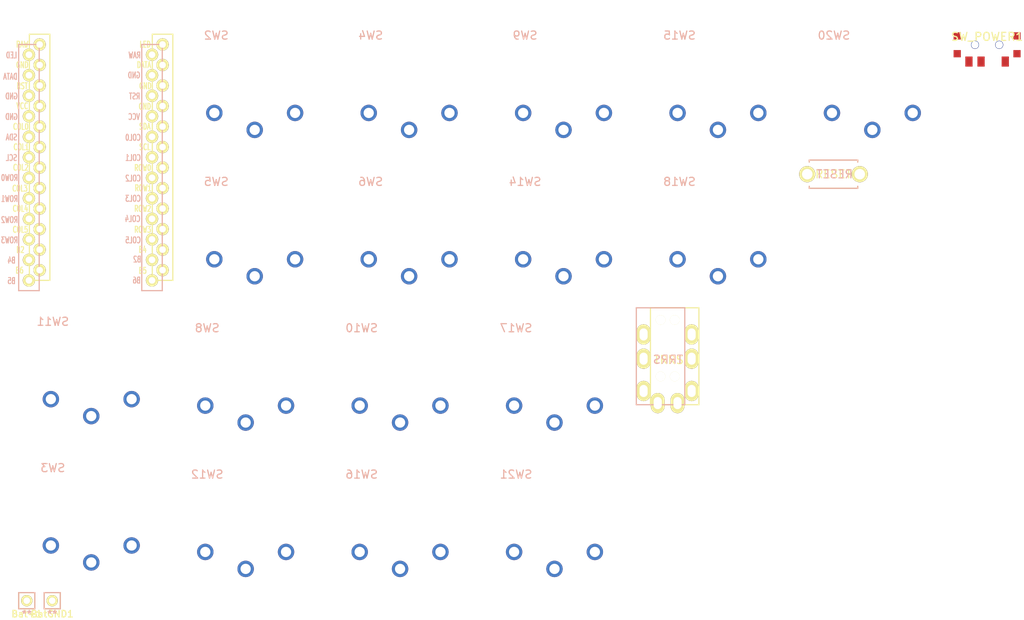
<source format=kicad_pcb>
(kicad_pcb (version 20171130) (host pcbnew 5.1.9)

  (general
    (thickness 1.6)
    (drawings 0)
    (tracks 0)
    (zones 0)
    (modules 23)
    (nets 26)
  )

  (page A4)
  (layers
    (0 F.Cu signal)
    (31 B.Cu signal)
    (32 B.Adhes user)
    (33 F.Adhes user)
    (34 B.Paste user)
    (35 F.Paste user)
    (36 B.SilkS user)
    (37 F.SilkS user)
    (38 B.Mask user)
    (39 F.Mask user)
    (40 Dwgs.User user)
    (41 Cmts.User user)
    (42 Eco1.User user)
    (43 Eco2.User user)
    (44 Edge.Cuts user)
    (45 Margin user)
    (46 B.CrtYd user)
    (47 F.CrtYd user)
    (48 B.Fab user)
    (49 F.Fab user)
  )

  (setup
    (last_trace_width 0.25)
    (trace_clearance 0.2)
    (zone_clearance 0.508)
    (zone_45_only no)
    (trace_min 0.2)
    (via_size 0.8)
    (via_drill 0.4)
    (via_min_size 0.4)
    (via_min_drill 0.3)
    (uvia_size 0.3)
    (uvia_drill 0.1)
    (uvias_allowed no)
    (uvia_min_size 0.2)
    (uvia_min_drill 0.1)
    (edge_width 0.05)
    (segment_width 0.2)
    (pcb_text_width 0.3)
    (pcb_text_size 1.5 1.5)
    (mod_edge_width 0.12)
    (mod_text_size 1 1)
    (mod_text_width 0.15)
    (pad_size 1.524 1.524)
    (pad_drill 0.762)
    (pad_to_mask_clearance 0)
    (aux_axis_origin 0 0)
    (visible_elements FFFFFF7F)
    (pcbplotparams
      (layerselection 0x010fc_ffffffff)
      (usegerberextensions false)
      (usegerberattributes true)
      (usegerberadvancedattributes true)
      (creategerberjobfile true)
      (excludeedgelayer true)
      (linewidth 0.100000)
      (plotframeref false)
      (viasonmask false)
      (mode 1)
      (useauxorigin false)
      (hpglpennumber 1)
      (hpglpenspeed 20)
      (hpglpendiameter 15.000000)
      (psnegative false)
      (psa4output false)
      (plotreference true)
      (plotvalue true)
      (plotinvisibletext false)
      (padsonsilk false)
      (subtractmaskfromsilk false)
      (outputformat 1)
      (mirror false)
      (drillshape 1)
      (scaleselection 1)
      (outputdirectory ""))
  )

  (net 0 "")
  (net 1 BT+)
  (net 2 gnd)
  (net 3 "Net-(J1-PadA)")
  (net 4 vcc)
  (net 5 Switch18)
  (net 6 reset)
  (net 7 Switch1)
  (net 8 Switch2)
  (net 9 Switch3)
  (net 10 Switch4)
  (net 11 Switch5)
  (net 12 Switch6)
  (net 13 Switch7)
  (net 14 Switch8)
  (net 15 Switch9)
  (net 16 Switch10)
  (net 17 Switch11)
  (net 18 Switch12)
  (net 19 Switch13)
  (net 20 Switch14)
  (net 21 Switch15)
  (net 22 Switch16)
  (net 23 Switch17)
  (net 24 "Net-(SW_POWER1-Pad1)")
  (net 25 raw)

  (net_class Default "This is the default net class."
    (clearance 0.2)
    (trace_width 0.25)
    (via_dia 0.8)
    (via_drill 0.4)
    (uvia_dia 0.3)
    (uvia_drill 0.1)
    (add_net BT+)
    (add_net "Net-(J1-PadA)")
    (add_net "Net-(SW_POWER1-Pad1)")
    (add_net Switch1)
    (add_net Switch10)
    (add_net Switch11)
    (add_net Switch12)
    (add_net Switch13)
    (add_net Switch14)
    (add_net Switch15)
    (add_net Switch16)
    (add_net Switch17)
    (add_net Switch18)
    (add_net Switch2)
    (add_net Switch3)
    (add_net Switch4)
    (add_net Switch5)
    (add_net Switch6)
    (add_net Switch7)
    (add_net Switch8)
    (add_net Switch9)
    (add_net gnd)
    (add_net raw)
    (add_net reset)
    (add_net vcc)
  )

  (module kbd:ProMicro_v2 (layer F.Cu) (tedit 5B7FE439) (tstamp 60498550)
    (at 103.14 71.846)
    (path /6049D3FB)
    (fp_text reference U1 (at -1.27 2.762 270) (layer F.SilkS) hide
      (effects (font (size 1 1) (thickness 0.15)))
    )
    (fp_text value ProMicro-kbd (at -1.27 14.732) (layer F.Fab) hide
      (effects (font (size 1 1) (thickness 0.15)))
    )
    (fp_text user "" (at -0.5 -17.25) (layer F.SilkS)
      (effects (font (size 1 1) (thickness 0.15)))
    )
    (fp_text user "" (at -1.2065 -16.256) (layer B.SilkS)
      (effects (font (size 1 1) (thickness 0.15)) (justify mirror))
    )
    (fp_text user RAW (at -9.7155 -14.478) (layer F.SilkS)
      (effects (font (size 0.75 0.5) (thickness 0.125)))
    )
    (fp_text user LED (at 5.5 -14.478) (layer F.SilkS)
      (effects (font (size 0.75 0.5) (thickness 0.125)))
    )
    (fp_text user GND (at -9.7155 -11.938) (layer F.SilkS)
      (effects (font (size 0.75 0.5) (thickness 0.125)))
    )
    (fp_text user DATA (at 5.35 -11.95) (layer F.SilkS)
      (effects (font (size 0.75 0.5) (thickness 0.125)))
    )
    (fp_text user RST (at -9.7155 -9.3345) (layer F.SilkS)
      (effects (font (size 0.75 0.5) (thickness 0.125)))
    )
    (fp_text user GND (at 5.5245 -9.3345) (layer F.SilkS)
      (effects (font (size 0.75 0.5) (thickness 0.125)))
    )
    (fp_text user VCC (at -9.7155 -6.858) (layer F.SilkS)
      (effects (font (size 0.75 0.5) (thickness 0.125)))
    )
    (fp_text user GND (at 5.461 -6.7945) (layer F.SilkS)
      (effects (font (size 0.75 0.5) (thickness 0.125)))
    )
    (fp_text user COL3 (at -10 3.35) (layer F.SilkS)
      (effects (font (size 0.75 0.5) (thickness 0.125)))
    )
    (fp_text user ROW0 (at 5.2 0.8) (layer F.SilkS)
      (effects (font (size 0.75 0.5) (thickness 0.125)))
    )
    (fp_text user COL2 (at -9.9 0.762) (layer F.SilkS)
      (effects (font (size 0.75 0.5) (thickness 0.125)))
    )
    (fp_text user SCL (at 5.461 -1.778) (layer F.SilkS)
      (effects (font (size 0.75 0.5) (thickness 0.125)))
    )
    (fp_text user COL1 (at -9.85 -1.778) (layer F.SilkS)
      (effects (font (size 0.75 0.5) (thickness 0.125)))
    )
    (fp_text user SDA (at 5.461 -4.318) (layer F.SilkS)
      (effects (font (size 0.75 0.5) (thickness 0.125)))
    )
    (fp_text user COL0 (at -9.9 -4.3) (layer F.SilkS)
      (effects (font (size 0.75 0.5) (thickness 0.125)))
    )
    (fp_text user B6 (at -10.05 13.5) (layer F.SilkS)
      (effects (font (size 0.75 0.5) (thickness 0.125)))
    )
    (fp_text user B5 (at 5.2 13.5255) (layer F.SilkS)
      (effects (font (size 0.75 0.5) (thickness 0.125)))
    )
    (fp_text user B4 (at 5.2 10.922) (layer F.SilkS)
      (effects (font (size 0.75 0.5) (thickness 0.125)))
    )
    (fp_text user B2 (at -9.95 10.95) (layer F.SilkS)
      (effects (font (size 0.75 0.5) (thickness 0.125)))
    )
    (fp_text user ROW3 (at 5.2 8.4455) (layer F.SilkS)
      (effects (font (size 0.75 0.5) (thickness 0.125)))
    )
    (fp_text user COL5 (at -9.95 8.4455) (layer F.SilkS)
      (effects (font (size 0.75 0.5) (thickness 0.125)))
    )
    (fp_text user ROW2 (at 5.2 5.85) (layer F.SilkS)
      (effects (font (size 0.75 0.5) (thickness 0.125)))
    )
    (fp_text user COL4 (at -9.95 5.85) (layer F.SilkS)
      (effects (font (size 0.75 0.5) (thickness 0.125)))
    )
    (fp_text user ROW1 (at 5.25 3.302) (layer F.SilkS)
      (effects (font (size 0.75 0.5) (thickness 0.125)))
    )
    (fp_text user ROW1 (at -11.3 4.6355) (layer B.SilkS)
      (effects (font (size 0.75 0.5) (thickness 0.125)) (justify mirror))
    )
    (fp_text user COL4 (at 3.95 7.112) (layer B.SilkS)
      (effects (font (size 0.75 0.5) (thickness 0.125)) (justify mirror))
    )
    (fp_text user ROW2 (at -11.3 7.239) (layer B.SilkS)
      (effects (font (size 0.75 0.5) (thickness 0.125)) (justify mirror))
    )
    (fp_text user COL5 (at 4 9.75) (layer B.SilkS)
      (effects (font (size 0.75 0.5) (thickness 0.125)) (justify mirror))
    )
    (fp_text user ROW3 (at -11.3 9.75) (layer B.SilkS)
      (effects (font (size 0.75 0.5) (thickness 0.125)) (justify mirror))
    )
    (fp_text user B2 (at 4.5085 12.1285) (layer B.SilkS)
      (effects (font (size 0.75 0.5) (thickness 0.125)) (justify mirror))
    )
    (fp_text user B4 (at -11.049 12.2555) (layer B.SilkS)
      (effects (font (size 0.75 0.5) (thickness 0.125)) (justify mirror))
    )
    (fp_text user B5 (at -11.049 14.7955) (layer B.SilkS)
      (effects (font (size 0.75 0.5) (thickness 0.125)) (justify mirror))
    )
    (fp_text user B6 (at 4.445 14.732) (layer B.SilkS)
      (effects (font (size 0.75 0.5) (thickness 0.125)) (justify mirror))
    )
    (fp_text user COL0 (at 4 -2.95) (layer B.SilkS)
      (effects (font (size 0.75 0.5) (thickness 0.125)) (justify mirror))
    )
    (fp_text user SDA (at -11.049 -2.9845) (layer B.SilkS)
      (effects (font (size 0.75 0.5) (thickness 0.125)) (justify mirror))
    )
    (fp_text user COL1 (at 4 -0.4445) (layer B.SilkS)
      (effects (font (size 0.75 0.5) (thickness 0.125)) (justify mirror))
    )
    (fp_text user SCL (at -11.049 -0.4445) (layer B.SilkS)
      (effects (font (size 0.75 0.5) (thickness 0.125)) (justify mirror))
    )
    (fp_text user COL2 (at 4 2.1) (layer B.SilkS)
      (effects (font (size 0.75 0.5) (thickness 0.125)) (justify mirror))
    )
    (fp_text user ROW0 (at -11.3 2.032) (layer B.SilkS)
      (effects (font (size 0.75 0.5) (thickness 0.125)) (justify mirror))
    )
    (fp_text user COL3 (at 4 4.6) (layer B.SilkS)
      (effects (font (size 0.75 0.5) (thickness 0.125)) (justify mirror))
    )
    (fp_text user GND (at -11.049 -5.5245) (layer B.SilkS)
      (effects (font (size 0.75 0.5) (thickness 0.125)) (justify mirror))
    )
    (fp_text user VCC (at 4.1275 -5.5245) (layer B.SilkS)
      (effects (font (size 0.75 0.5) (thickness 0.125)) (justify mirror))
    )
    (fp_text user GND (at -11.049 -8.0645) (layer B.SilkS)
      (effects (font (size 0.75 0.5) (thickness 0.125)) (justify mirror))
    )
    (fp_text user RST (at 4.191 -8.0645) (layer B.SilkS)
      (effects (font (size 0.75 0.5) (thickness 0.125)) (justify mirror))
    )
    (fp_text user DATA (at -11.2 -10.5) (layer B.SilkS)
      (effects (font (size 0.75 0.5) (thickness 0.125)) (justify mirror))
    )
    (fp_text user GND (at 4.1275 -10.668) (layer B.SilkS)
      (effects (font (size 0.75 0.5) (thickness 0.125)) (justify mirror))
    )
    (fp_text user LED (at -11.049 -13.1445) (layer B.SilkS)
      (effects (font (size 0.75 0.5) (thickness 0.125)) (justify mirror))
    )
    (fp_text user RAW (at 4.191 -13.1445) (layer B.SilkS)
      (effects (font (size 0.75 0.5) (thickness 0.125)) (justify mirror))
    )
    (fp_line (start 6.3864 14.732) (end 6.3864 -15.748) (layer F.SilkS) (width 0.15))
    (fp_line (start 8.9264 14.732) (end 6.3864 14.732) (layer F.SilkS) (width 0.15))
    (fp_line (start 8.9264 -15.748) (end 8.9264 14.732) (layer F.SilkS) (width 0.15))
    (fp_line (start 6.3864 -15.748) (end 8.9264 -15.748) (layer F.SilkS) (width 0.15))
    (fp_line (start -8.8336 14.732) (end -8.8336 -15.748) (layer F.SilkS) (width 0.15))
    (fp_line (start -6.2936 14.732) (end -8.8336 14.732) (layer F.SilkS) (width 0.15))
    (fp_line (start -6.2936 -15.748) (end -6.2936 14.732) (layer F.SilkS) (width 0.15))
    (fp_line (start -8.8336 -15.748) (end -6.2936 -15.748) (layer F.SilkS) (width 0.15))
    (fp_line (start -8.845 14.732) (end -8.845 -18.288) (layer F.Fab) (width 0.15))
    (fp_line (start 8.935 14.732) (end -8.845 14.732) (layer F.Fab) (width 0.15))
    (fp_line (start 8.935 -18.288) (end 8.935 14.732) (layer F.Fab) (width 0.15))
    (fp_line (start -8.845 -18.288) (end 8.935 -18.288) (layer F.Fab) (width 0.15))
    (fp_line (start -10.16 -17.018) (end 7.62 -17.018) (layer F.Fab) (width 0.15))
    (fp_line (start 7.62 -17.018) (end 7.62 16.002) (layer F.Fab) (width 0.15))
    (fp_line (start 7.62 16.002) (end -10.16 16.002) (layer F.Fab) (width 0.15))
    (fp_line (start -10.16 16.002) (end -10.16 -17.018) (layer F.Fab) (width 0.15))
    (fp_line (start 5.08 -14.478) (end 7.62 -14.478) (layer B.SilkS) (width 0.15))
    (fp_line (start 7.62 -14.478) (end 7.62 16.002) (layer B.SilkS) (width 0.15))
    (fp_line (start 7.62 16.002) (end 5.08 16.002) (layer B.SilkS) (width 0.15))
    (fp_line (start 5.08 16.002) (end 5.08 -14.478) (layer B.SilkS) (width 0.15))
    (fp_line (start -10.16 -14.478) (end -7.62 -14.478) (layer B.SilkS) (width 0.15))
    (fp_line (start -7.62 -14.478) (end -7.62 16.002) (layer B.SilkS) (width 0.15))
    (fp_line (start -7.62 16.002) (end -10.16 16.002) (layer B.SilkS) (width 0.15))
    (fp_line (start -10.16 16.002) (end -10.16 -14.478) (layer B.SilkS) (width 0.15))
    (pad 24 thru_hole circle (at 6.35 -13.208) (size 1.524 1.524) (drill 0.8128) (layers *.Cu *.Mask F.SilkS)
      (net 25 raw))
    (pad 23 thru_hole circle (at 6.35 -10.668) (size 1.524 1.524) (drill 0.8128) (layers *.Cu *.Mask F.SilkS)
      (net 2 gnd))
    (pad 22 thru_hole circle (at 6.35 -8.128) (size 1.524 1.524) (drill 0.8128) (layers *.Cu *.Mask F.SilkS)
      (net 6 reset))
    (pad 21 thru_hole circle (at 6.35 -5.588) (size 1.524 1.524) (drill 0.8128) (layers *.Cu *.Mask F.SilkS)
      (net 4 vcc))
    (pad 20 thru_hole circle (at 6.35 -3.048) (size 1.524 1.524) (drill 0.8128) (layers *.Cu *.Mask F.SilkS)
      (net 11 Switch5))
    (pad 19 thru_hole circle (at 6.35 -0.508) (size 1.524 1.524) (drill 0.8128) (layers *.Cu *.Mask F.SilkS)
      (net 10 Switch4))
    (pad 18 thru_hole circle (at 6.35 2.032) (size 1.524 1.524) (drill 0.8128) (layers *.Cu *.Mask F.SilkS)
      (net 9 Switch3))
    (pad 17 thru_hole circle (at 6.35 4.572) (size 1.524 1.524) (drill 0.8128) (layers *.Cu *.Mask F.SilkS)
      (net 8 Switch2))
    (pad 16 thru_hole circle (at 6.35 7.112) (size 1.524 1.524) (drill 0.8128) (layers *.Cu *.Mask F.SilkS)
      (net 12 Switch6))
    (pad 15 thru_hole circle (at 6.35 9.652) (size 1.524 1.524) (drill 0.8128) (layers *.Cu *.Mask F.SilkS)
      (net 13 Switch7))
    (pad 14 thru_hole circle (at 6.35 12.192) (size 1.524 1.524) (drill 0.8128) (layers *.Cu *.Mask F.SilkS)
      (net 14 Switch8))
    (pad 13 thru_hole circle (at 6.35 14.732) (size 1.524 1.524) (drill 0.8128) (layers *.Cu *.Mask F.SilkS)
      (net 15 Switch9))
    (pad 12 thru_hole circle (at -8.89 14.732) (size 1.524 1.524) (drill 0.8128) (layers *.Cu *.Mask F.SilkS)
      (net 23 Switch17))
    (pad 11 thru_hole circle (at -8.89 12.192) (size 1.524 1.524) (drill 0.8128) (layers *.Cu *.Mask F.SilkS)
      (net 22 Switch16))
    (pad 10 thru_hole circle (at -8.89 9.652) (size 1.524 1.524) (drill 0.8128) (layers *.Cu *.Mask F.SilkS)
      (net 21 Switch15))
    (pad 9 thru_hole circle (at -8.89 7.112) (size 1.524 1.524) (drill 0.8128) (layers *.Cu *.Mask F.SilkS)
      (net 7 Switch1))
    (pad 8 thru_hole circle (at -8.89 4.572) (size 1.524 1.524) (drill 0.8128) (layers *.Cu *.Mask F.SilkS)
      (net 20 Switch14))
    (pad 7 thru_hole circle (at -8.89 2.032) (size 1.524 1.524) (drill 0.8128) (layers *.Cu *.Mask F.SilkS)
      (net 19 Switch13))
    (pad 6 thru_hole circle (at -8.89 -0.508) (size 1.524 1.524) (drill 0.8128) (layers *.Cu *.Mask F.SilkS)
      (net 18 Switch12))
    (pad 5 thru_hole circle (at -8.89 -3.048) (size 1.524 1.524) (drill 0.8128) (layers *.Cu *.Mask F.SilkS)
      (net 17 Switch11))
    (pad 4 thru_hole circle (at -8.89 -5.588) (size 1.524 1.524) (drill 0.8128) (layers *.Cu *.Mask F.SilkS)
      (net 2 gnd))
    (pad 3 thru_hole circle (at -8.89 -8.128) (size 1.524 1.524) (drill 0.8128) (layers *.Cu *.Mask F.SilkS)
      (net 2 gnd))
    (pad 2 thru_hole circle (at -8.89 -10.668) (size 1.524 1.524) (drill 0.8128) (layers *.Cu *.Mask F.SilkS)
      (net 5 Switch18))
    (pad 1 thru_hole circle (at -8.89 -13.208) (size 1.524 1.524) (drill 0.8128) (layers *.Cu *.Mask F.SilkS)
      (net 16 Switch10))
    (pad 1 thru_hole circle (at 7.6564 -14.478) (size 1.524 1.524) (drill 0.8128) (layers *.Cu *.Mask F.SilkS)
      (net 16 Switch10))
    (pad 2 thru_hole circle (at 7.6564 -11.938) (size 1.524 1.524) (drill 0.8128) (layers *.Cu *.Mask F.SilkS)
      (net 5 Switch18))
    (pad 3 thru_hole circle (at 7.6564 -9.398) (size 1.524 1.524) (drill 0.8128) (layers *.Cu *.Mask F.SilkS)
      (net 2 gnd))
    (pad 4 thru_hole circle (at 7.6564 -6.858) (size 1.524 1.524) (drill 0.8128) (layers *.Cu *.Mask F.SilkS)
      (net 2 gnd))
    (pad 5 thru_hole circle (at 7.6564 -4.318) (size 1.524 1.524) (drill 0.8128) (layers *.Cu *.Mask F.SilkS)
      (net 17 Switch11))
    (pad 6 thru_hole circle (at 7.6564 -1.778) (size 1.524 1.524) (drill 0.8128) (layers *.Cu *.Mask F.SilkS)
      (net 18 Switch12))
    (pad 7 thru_hole circle (at 7.6564 0.762) (size 1.524 1.524) (drill 0.8128) (layers *.Cu *.Mask F.SilkS)
      (net 19 Switch13))
    (pad 8 thru_hole circle (at 7.6564 3.302) (size 1.524 1.524) (drill 0.8128) (layers *.Cu *.Mask F.SilkS)
      (net 20 Switch14))
    (pad 9 thru_hole circle (at 7.6564 5.842) (size 1.524 1.524) (drill 0.8128) (layers *.Cu *.Mask F.SilkS)
      (net 7 Switch1))
    (pad 10 thru_hole circle (at 7.6564 8.382) (size 1.524 1.524) (drill 0.8128) (layers *.Cu *.Mask F.SilkS)
      (net 21 Switch15))
    (pad 11 thru_hole circle (at 7.6564 10.922) (size 1.524 1.524) (drill 0.8128) (layers *.Cu *.Mask F.SilkS)
      (net 22 Switch16))
    (pad 12 thru_hole circle (at 7.6564 13.462) (size 1.524 1.524) (drill 0.8128) (layers *.Cu *.Mask F.SilkS)
      (net 23 Switch17))
    (pad 13 thru_hole circle (at -7.5636 13.462) (size 1.524 1.524) (drill 0.8128) (layers *.Cu *.Mask F.SilkS)
      (net 15 Switch9))
    (pad 14 thru_hole circle (at -7.5636 10.922) (size 1.524 1.524) (drill 0.8128) (layers *.Cu *.Mask F.SilkS)
      (net 14 Switch8))
    (pad 15 thru_hole circle (at -7.5636 8.382) (size 1.524 1.524) (drill 0.8128) (layers *.Cu *.Mask F.SilkS)
      (net 13 Switch7))
    (pad 16 thru_hole circle (at -7.5636 5.842) (size 1.524 1.524) (drill 0.8128) (layers *.Cu *.Mask F.SilkS)
      (net 12 Switch6))
    (pad 17 thru_hole circle (at -7.5636 3.302) (size 1.524 1.524) (drill 0.8128) (layers *.Cu *.Mask F.SilkS)
      (net 8 Switch2))
    (pad 18 thru_hole circle (at -7.5636 0.762) (size 1.524 1.524) (drill 0.8128) (layers *.Cu *.Mask F.SilkS)
      (net 9 Switch3))
    (pad 19 thru_hole circle (at -7.5636 -1.778) (size 1.524 1.524) (drill 0.8128) (layers *.Cu *.Mask F.SilkS)
      (net 10 Switch4))
    (pad 20 thru_hole circle (at -7.5636 -4.318) (size 1.524 1.524) (drill 0.8128) (layers *.Cu *.Mask F.SilkS)
      (net 11 Switch5))
    (pad 21 thru_hole circle (at -7.5636 -6.858) (size 1.524 1.524) (drill 0.8128) (layers *.Cu *.Mask F.SilkS)
      (net 4 vcc))
    (pad 22 thru_hole circle (at -7.5636 -9.398) (size 1.524 1.524) (drill 0.8128) (layers *.Cu *.Mask F.SilkS)
      (net 6 reset))
    (pad 23 thru_hole circle (at -7.5636 -11.938) (size 1.524 1.524) (drill 0.8128) (layers *.Cu *.Mask F.SilkS)
      (net 2 gnd))
    (pad 24 thru_hole circle (at -7.5636 -14.478) (size 1.524 1.524) (drill 0.8128) (layers *.Cu *.Mask F.SilkS)
      (net 25 raw))
  )

  (module Kailh:SPDT_C128955 (layer F.Cu) (tedit 5AC041DC) (tstamp 604984D2)
    (at 212.894999 57.408)
    (path /6051801B)
    (fp_text reference SW_POWER1 (at 0 -1) (layer F.SilkS)
      (effects (font (size 1 1) (thickness 0.15)))
    )
    (fp_text value SW_SPDT (at -0.05 -4.7) (layer F.Fab)
      (effects (font (size 1 1) (thickness 0.15)))
    )
    (fp_line (start 0 -1.35) (end 3.3 -1.35) (layer F.Fab) (width 0.15))
    (fp_line (start 3.3 1.5) (end 3.3 -1.35) (layer F.Fab) (width 0.15))
    (fp_line (start -3.3 1.5) (end 3.3 1.5) (layer F.Fab) (width 0.15))
    (fp_line (start -3.3 -1.35) (end -3.3 1.5) (layer F.Fab) (width 0.15))
    (fp_line (start 0 -1.35) (end -3.3 -1.35) (layer F.Fab) (width 0.15))
    (fp_line (start -1.95 -3.85) (end 0 -3.85) (layer F.Fab) (width 0.15))
    (fp_line (start -1.95 -1.35) (end -1.95 -3.85) (layer F.Fab) (width 0.15))
    (fp_line (start 1.95 -1.35) (end -1.95 -1.35) (layer F.Fab) (width 0.15))
    (fp_line (start 1.9 -3.85) (end 1.95 -1.35) (layer F.Fab) (width 0.15))
    (fp_line (start 0 -3.85) (end 1.9 -3.85) (layer F.Fab) (width 0.15))
    (pad 0 smd rect (at -3.7 -1.1) (size 0.9 0.9) (layers F.Cu F.Paste F.Mask))
    (pad 0 smd rect (at -3.7 1.1) (size 0.9 0.9) (layers F.Cu F.Paste F.Mask))
    (pad 0 smd rect (at 3.7 1.1) (size 0.9 0.9) (layers F.Cu F.Paste F.Mask))
    (pad 0 smd rect (at 3.7 -1.1) (size 0.9 0.9) (layers F.Cu F.Paste F.Mask))
    (pad 1 smd rect (at 2.25 2.075) (size 0.9 1.25) (layers F.Cu F.Paste F.Mask)
      (net 24 "Net-(SW_POWER1-Pad1)"))
    (pad 3 smd rect (at -2.25 2.075) (size 0.9 1.25) (layers F.Cu F.Paste F.Mask)
      (net 25 raw))
    (pad 2 smd rect (at -0.75 2.075) (size 0.9 1.25) (layers F.Cu F.Paste F.Mask)
      (net 1 BT+))
    (pad "" np_thru_hole circle (at -1.5 0) (size 1 1) (drill 0.9) (layers *.Cu *.Mask))
    (pad "" np_thru_hole circle (at 1.5 0) (size 1 1) (drill 0.9) (layers *.Cu *.Mask))
  )

  (module Kailh:SW_PG1350_rev_DPB (layer F.Cu) (tedit 60376985) (tstamp 604984BB)
    (at 159.325406 116.404182)
    (descr "Kailh \"Choc\" PG1350 keyswitch, able to be mounted on front or back of PCB")
    (tags kailh,choc)
    (path /604A14CA)
    (fp_text reference SW21 (at 4.98 -5.69 180) (layer Dwgs.User) hide
      (effects (font (size 1 1) (thickness 0.15)))
    )
    (fp_text value SW_Push (at -0.07 8.17 180) (layer Dwgs.User) hide
      (effects (font (size 1 1) (thickness 0.15)))
    )
    (fp_arc (start -8.624331 -8.129181) (end -8.63 -8.5) (angle -93.7) (layer Eco1.User) (width 0.12))
    (fp_arc (start -8.629587 8.13) (end -9.000406 8.135669) (angle -93.7) (layer Eco1.User) (width 0.12))
    (fp_arc (start 8.63032 8.129587) (end 8.635989 8.500406) (angle -93.7) (layer Eco1.User) (width 0.12))
    (fp_arc (start 8.629502 -8.13032) (end 9.000321 -8.135989) (angle -93.7) (layer Eco1.User) (width 0.12))
    (fp_text user %R (at 0 0 180) (layer F.Fab)
      (effects (font (size 1 1) (thickness 0.15)))
    )
    (fp_text user %R (at -4.76 -5.8) (layer B.SilkS)
      (effects (font (size 1 1) (thickness 0.15)) (justify mirror))
    )
    (fp_text user %V (at 0 8.255) (layer B.Fab)
      (effects (font (size 1 1) (thickness 0.15)) (justify mirror))
    )
    (fp_line (start -2.6 -3.1) (end 2.6 -3.1) (layer Eco2.User) (width 0.15))
    (fp_line (start 2.6 -3.1) (end 2.6 -6.3) (layer Eco2.User) (width 0.15))
    (fp_line (start 2.6 -6.3) (end -2.6 -6.3) (layer Eco2.User) (width 0.15))
    (fp_line (start -2.6 -3.1) (end -2.6 -6.3) (layer Eco2.User) (width 0.15))
    (fp_line (start -6.9 6.9) (end 6.9 6.9) (layer Eco2.User) (width 0.15))
    (fp_line (start 6.9 -6.9) (end -6.9 -6.9) (layer Eco2.User) (width 0.15))
    (fp_line (start 6.9 -6.9) (end 6.9 6.9) (layer Eco2.User) (width 0.15))
    (fp_line (start -6.9 6.9) (end -6.9 -6.9) (layer Eco2.User) (width 0.15))
    (fp_line (start -7.5 -7.5) (end 7.5 -7.5) (layer B.Fab) (width 0.15))
    (fp_line (start 7.5 -7.5) (end 7.5 7.5) (layer B.Fab) (width 0.15))
    (fp_line (start 7.5 7.5) (end -7.5 7.5) (layer B.Fab) (width 0.15))
    (fp_line (start -7.5 7.5) (end -7.5 -7.5) (layer B.Fab) (width 0.15))
    (fp_line (start -7.5 -7.5) (end 7.5 -7.5) (layer F.Fab) (width 0.15))
    (fp_line (start 7.5 7.5) (end -7.5 7.5) (layer F.Fab) (width 0.15))
    (fp_line (start 7.5 -7.5) (end 7.5 7.5) (layer F.Fab) (width 0.15))
    (fp_line (start -7.5 7.5) (end -7.5 -7.5) (layer F.Fab) (width 0.15))
    (fp_line (start -9.000406 8.135669) (end -8.994011 -8.099594) (layer Eco1.User) (width 0.12))
    (fp_line (start -8.63 -8.5) (end 8.599915 -8.5) (layer Eco1.User) (width 0.12))
    (fp_line (start 9 8.1) (end 9.000321 -8.135989) (layer Eco1.User) (width 0.12))
    (fp_line (start -8.6 8.49968) (end 8.635989 8.500406) (layer Eco1.User) (width 0.12))
    (pad "" np_thru_hole circle (at -5.5 0) (size 1.7018 1.7018) (drill 1.7018) (layers *.Cu *.Mask))
    (pad "" np_thru_hole circle (at 5.5 0) (size 1.7018 1.7018) (drill 1.7018) (layers *.Cu *.Mask))
    (pad "" np_thru_hole circle (at 5.22 -4.2) (size 0.9906 0.9906) (drill 0.9906) (layers *.Cu *.Mask))
    (pad 1 thru_hole circle (at 0 5.9) (size 2.032 2.032) (drill 1.27) (layers *.Cu *.Mask)
      (net 23 Switch17))
    (pad 2 thru_hole circle (at -5 3.8) (size 2.032 2.032) (drill 1.27) (layers *.Cu *.Mask)
      (net 2 gnd))
    (pad "" np_thru_hole circle (at 0 0) (size 3.429 3.429) (drill 3.429) (layers *.Cu *.Mask))
    (pad 2 thru_hole circle (at 5 3.8) (size 2.032 2.032) (drill 1.27) (layers *.Cu *.Mask)
      (net 2 gnd))
    (pad "" np_thru_hole circle (at -5.22 -4.2) (size 0.9906 0.9906) (drill 0.9906) (layers *.Cu *.Mask))
  )

  (module Kailh:SW_PG1350_rev_DPB (layer F.Cu) (tedit 60376985) (tstamp 60498494)
    (at 198.685406 62.044182)
    (descr "Kailh \"Choc\" PG1350 keyswitch, able to be mounted on front or back of PCB")
    (tags kailh,choc)
    (path /604A14C0)
    (fp_text reference SW20 (at 4.98 -5.69 180) (layer Dwgs.User) hide
      (effects (font (size 1 1) (thickness 0.15)))
    )
    (fp_text value SW_Push (at -0.07 8.17 180) (layer Dwgs.User) hide
      (effects (font (size 1 1) (thickness 0.15)))
    )
    (fp_arc (start -8.624331 -8.129181) (end -8.63 -8.5) (angle -93.7) (layer Eco1.User) (width 0.12))
    (fp_arc (start -8.629587 8.13) (end -9.000406 8.135669) (angle -93.7) (layer Eco1.User) (width 0.12))
    (fp_arc (start 8.63032 8.129587) (end 8.635989 8.500406) (angle -93.7) (layer Eco1.User) (width 0.12))
    (fp_arc (start 8.629502 -8.13032) (end 9.000321 -8.135989) (angle -93.7) (layer Eco1.User) (width 0.12))
    (fp_text user %R (at 0 0 180) (layer F.Fab)
      (effects (font (size 1 1) (thickness 0.15)))
    )
    (fp_text user %R (at -4.76 -5.8) (layer B.SilkS)
      (effects (font (size 1 1) (thickness 0.15)) (justify mirror))
    )
    (fp_text user %V (at 0 8.255) (layer B.Fab)
      (effects (font (size 1 1) (thickness 0.15)) (justify mirror))
    )
    (fp_line (start -2.6 -3.1) (end 2.6 -3.1) (layer Eco2.User) (width 0.15))
    (fp_line (start 2.6 -3.1) (end 2.6 -6.3) (layer Eco2.User) (width 0.15))
    (fp_line (start 2.6 -6.3) (end -2.6 -6.3) (layer Eco2.User) (width 0.15))
    (fp_line (start -2.6 -3.1) (end -2.6 -6.3) (layer Eco2.User) (width 0.15))
    (fp_line (start -6.9 6.9) (end 6.9 6.9) (layer Eco2.User) (width 0.15))
    (fp_line (start 6.9 -6.9) (end -6.9 -6.9) (layer Eco2.User) (width 0.15))
    (fp_line (start 6.9 -6.9) (end 6.9 6.9) (layer Eco2.User) (width 0.15))
    (fp_line (start -6.9 6.9) (end -6.9 -6.9) (layer Eco2.User) (width 0.15))
    (fp_line (start -7.5 -7.5) (end 7.5 -7.5) (layer B.Fab) (width 0.15))
    (fp_line (start 7.5 -7.5) (end 7.5 7.5) (layer B.Fab) (width 0.15))
    (fp_line (start 7.5 7.5) (end -7.5 7.5) (layer B.Fab) (width 0.15))
    (fp_line (start -7.5 7.5) (end -7.5 -7.5) (layer B.Fab) (width 0.15))
    (fp_line (start -7.5 -7.5) (end 7.5 -7.5) (layer F.Fab) (width 0.15))
    (fp_line (start 7.5 7.5) (end -7.5 7.5) (layer F.Fab) (width 0.15))
    (fp_line (start 7.5 -7.5) (end 7.5 7.5) (layer F.Fab) (width 0.15))
    (fp_line (start -7.5 7.5) (end -7.5 -7.5) (layer F.Fab) (width 0.15))
    (fp_line (start -9.000406 8.135669) (end -8.994011 -8.099594) (layer Eco1.User) (width 0.12))
    (fp_line (start -8.63 -8.5) (end 8.599915 -8.5) (layer Eco1.User) (width 0.12))
    (fp_line (start 9 8.1) (end 9.000321 -8.135989) (layer Eco1.User) (width 0.12))
    (fp_line (start -8.6 8.49968) (end 8.635989 8.500406) (layer Eco1.User) (width 0.12))
    (pad "" np_thru_hole circle (at -5.5 0) (size 1.7018 1.7018) (drill 1.7018) (layers *.Cu *.Mask))
    (pad "" np_thru_hole circle (at 5.5 0) (size 1.7018 1.7018) (drill 1.7018) (layers *.Cu *.Mask))
    (pad "" np_thru_hole circle (at 5.22 -4.2) (size 0.9906 0.9906) (drill 0.9906) (layers *.Cu *.Mask))
    (pad 1 thru_hole circle (at 0 5.9) (size 2.032 2.032) (drill 1.27) (layers *.Cu *.Mask)
      (net 22 Switch16))
    (pad 2 thru_hole circle (at -5 3.8) (size 2.032 2.032) (drill 1.27) (layers *.Cu *.Mask)
      (net 2 gnd))
    (pad "" np_thru_hole circle (at 0 0) (size 3.429 3.429) (drill 3.429) (layers *.Cu *.Mask))
    (pad 2 thru_hole circle (at 5 3.8) (size 2.032 2.032) (drill 1.27) (layers *.Cu *.Mask)
      (net 2 gnd))
    (pad "" np_thru_hole circle (at -5.22 -4.2) (size 0.9906 0.9906) (drill 0.9906) (layers *.Cu *.Mask))
  )

  (module Kailh:SW_PG1350_rev_DPB (layer F.Cu) (tedit 60376985) (tstamp 6049846D)
    (at 179.565406 80.164182)
    (descr "Kailh \"Choc\" PG1350 keyswitch, able to be mounted on front or back of PCB")
    (tags kailh,choc)
    (path /604BAF24)
    (fp_text reference SW18 (at 4.98 -5.69 180) (layer Dwgs.User) hide
      (effects (font (size 1 1) (thickness 0.15)))
    )
    (fp_text value SW_Push (at -0.07 8.17 180) (layer Dwgs.User) hide
      (effects (font (size 1 1) (thickness 0.15)))
    )
    (fp_arc (start -8.624331 -8.129181) (end -8.63 -8.5) (angle -93.7) (layer Eco1.User) (width 0.12))
    (fp_arc (start -8.629587 8.13) (end -9.000406 8.135669) (angle -93.7) (layer Eco1.User) (width 0.12))
    (fp_arc (start 8.63032 8.129587) (end 8.635989 8.500406) (angle -93.7) (layer Eco1.User) (width 0.12))
    (fp_arc (start 8.629502 -8.13032) (end 9.000321 -8.135989) (angle -93.7) (layer Eco1.User) (width 0.12))
    (fp_text user %R (at 0 0 180) (layer F.Fab)
      (effects (font (size 1 1) (thickness 0.15)))
    )
    (fp_text user %R (at -4.76 -5.8) (layer B.SilkS)
      (effects (font (size 1 1) (thickness 0.15)) (justify mirror))
    )
    (fp_text user %V (at 0 8.255) (layer B.Fab)
      (effects (font (size 1 1) (thickness 0.15)) (justify mirror))
    )
    (fp_line (start -2.6 -3.1) (end 2.6 -3.1) (layer Eco2.User) (width 0.15))
    (fp_line (start 2.6 -3.1) (end 2.6 -6.3) (layer Eco2.User) (width 0.15))
    (fp_line (start 2.6 -6.3) (end -2.6 -6.3) (layer Eco2.User) (width 0.15))
    (fp_line (start -2.6 -3.1) (end -2.6 -6.3) (layer Eco2.User) (width 0.15))
    (fp_line (start -6.9 6.9) (end 6.9 6.9) (layer Eco2.User) (width 0.15))
    (fp_line (start 6.9 -6.9) (end -6.9 -6.9) (layer Eco2.User) (width 0.15))
    (fp_line (start 6.9 -6.9) (end 6.9 6.9) (layer Eco2.User) (width 0.15))
    (fp_line (start -6.9 6.9) (end -6.9 -6.9) (layer Eco2.User) (width 0.15))
    (fp_line (start -7.5 -7.5) (end 7.5 -7.5) (layer B.Fab) (width 0.15))
    (fp_line (start 7.5 -7.5) (end 7.5 7.5) (layer B.Fab) (width 0.15))
    (fp_line (start 7.5 7.5) (end -7.5 7.5) (layer B.Fab) (width 0.15))
    (fp_line (start -7.5 7.5) (end -7.5 -7.5) (layer B.Fab) (width 0.15))
    (fp_line (start -7.5 -7.5) (end 7.5 -7.5) (layer F.Fab) (width 0.15))
    (fp_line (start 7.5 7.5) (end -7.5 7.5) (layer F.Fab) (width 0.15))
    (fp_line (start 7.5 -7.5) (end 7.5 7.5) (layer F.Fab) (width 0.15))
    (fp_line (start -7.5 7.5) (end -7.5 -7.5) (layer F.Fab) (width 0.15))
    (fp_line (start -9.000406 8.135669) (end -8.994011 -8.099594) (layer Eco1.User) (width 0.12))
    (fp_line (start -8.63 -8.5) (end 8.599915 -8.5) (layer Eco1.User) (width 0.12))
    (fp_line (start 9 8.1) (end 9.000321 -8.135989) (layer Eco1.User) (width 0.12))
    (fp_line (start -8.6 8.49968) (end 8.635989 8.500406) (layer Eco1.User) (width 0.12))
    (pad "" np_thru_hole circle (at -5.5 0) (size 1.7018 1.7018) (drill 1.7018) (layers *.Cu *.Mask))
    (pad "" np_thru_hole circle (at 5.5 0) (size 1.7018 1.7018) (drill 1.7018) (layers *.Cu *.Mask))
    (pad "" np_thru_hole circle (at 5.22 -4.2) (size 0.9906 0.9906) (drill 0.9906) (layers *.Cu *.Mask))
    (pad 1 thru_hole circle (at 0 5.9) (size 2.032 2.032) (drill 1.27) (layers *.Cu *.Mask)
      (net 21 Switch15))
    (pad 2 thru_hole circle (at -5 3.8) (size 2.032 2.032) (drill 1.27) (layers *.Cu *.Mask)
      (net 2 gnd))
    (pad "" np_thru_hole circle (at 0 0) (size 3.429 3.429) (drill 3.429) (layers *.Cu *.Mask))
    (pad 2 thru_hole circle (at 5 3.8) (size 2.032 2.032) (drill 1.27) (layers *.Cu *.Mask)
      (net 2 gnd))
    (pad "" np_thru_hole circle (at -5.22 -4.2) (size 0.9906 0.9906) (drill 0.9906) (layers *.Cu *.Mask))
  )

  (module Kailh:SW_PG1350_rev_DPB (layer F.Cu) (tedit 60376985) (tstamp 60498446)
    (at 159.325406 98.284182)
    (descr "Kailh \"Choc\" PG1350 keyswitch, able to be mounted on front or back of PCB")
    (tags kailh,choc)
    (path /604BAF1A)
    (fp_text reference SW17 (at 4.98 -5.69 180) (layer Dwgs.User) hide
      (effects (font (size 1 1) (thickness 0.15)))
    )
    (fp_text value SW_Push (at -0.07 8.17 180) (layer Dwgs.User) hide
      (effects (font (size 1 1) (thickness 0.15)))
    )
    (fp_arc (start -8.624331 -8.129181) (end -8.63 -8.5) (angle -93.7) (layer Eco1.User) (width 0.12))
    (fp_arc (start -8.629587 8.13) (end -9.000406 8.135669) (angle -93.7) (layer Eco1.User) (width 0.12))
    (fp_arc (start 8.63032 8.129587) (end 8.635989 8.500406) (angle -93.7) (layer Eco1.User) (width 0.12))
    (fp_arc (start 8.629502 -8.13032) (end 9.000321 -8.135989) (angle -93.7) (layer Eco1.User) (width 0.12))
    (fp_text user %R (at 0 0 180) (layer F.Fab)
      (effects (font (size 1 1) (thickness 0.15)))
    )
    (fp_text user %R (at -4.76 -5.8) (layer B.SilkS)
      (effects (font (size 1 1) (thickness 0.15)) (justify mirror))
    )
    (fp_text user %V (at 0 8.255) (layer B.Fab)
      (effects (font (size 1 1) (thickness 0.15)) (justify mirror))
    )
    (fp_line (start -2.6 -3.1) (end 2.6 -3.1) (layer Eco2.User) (width 0.15))
    (fp_line (start 2.6 -3.1) (end 2.6 -6.3) (layer Eco2.User) (width 0.15))
    (fp_line (start 2.6 -6.3) (end -2.6 -6.3) (layer Eco2.User) (width 0.15))
    (fp_line (start -2.6 -3.1) (end -2.6 -6.3) (layer Eco2.User) (width 0.15))
    (fp_line (start -6.9 6.9) (end 6.9 6.9) (layer Eco2.User) (width 0.15))
    (fp_line (start 6.9 -6.9) (end -6.9 -6.9) (layer Eco2.User) (width 0.15))
    (fp_line (start 6.9 -6.9) (end 6.9 6.9) (layer Eco2.User) (width 0.15))
    (fp_line (start -6.9 6.9) (end -6.9 -6.9) (layer Eco2.User) (width 0.15))
    (fp_line (start -7.5 -7.5) (end 7.5 -7.5) (layer B.Fab) (width 0.15))
    (fp_line (start 7.5 -7.5) (end 7.5 7.5) (layer B.Fab) (width 0.15))
    (fp_line (start 7.5 7.5) (end -7.5 7.5) (layer B.Fab) (width 0.15))
    (fp_line (start -7.5 7.5) (end -7.5 -7.5) (layer B.Fab) (width 0.15))
    (fp_line (start -7.5 -7.5) (end 7.5 -7.5) (layer F.Fab) (width 0.15))
    (fp_line (start 7.5 7.5) (end -7.5 7.5) (layer F.Fab) (width 0.15))
    (fp_line (start 7.5 -7.5) (end 7.5 7.5) (layer F.Fab) (width 0.15))
    (fp_line (start -7.5 7.5) (end -7.5 -7.5) (layer F.Fab) (width 0.15))
    (fp_line (start -9.000406 8.135669) (end -8.994011 -8.099594) (layer Eco1.User) (width 0.12))
    (fp_line (start -8.63 -8.5) (end 8.599915 -8.5) (layer Eco1.User) (width 0.12))
    (fp_line (start 9 8.1) (end 9.000321 -8.135989) (layer Eco1.User) (width 0.12))
    (fp_line (start -8.6 8.49968) (end 8.635989 8.500406) (layer Eco1.User) (width 0.12))
    (pad "" np_thru_hole circle (at -5.5 0) (size 1.7018 1.7018) (drill 1.7018) (layers *.Cu *.Mask))
    (pad "" np_thru_hole circle (at 5.5 0) (size 1.7018 1.7018) (drill 1.7018) (layers *.Cu *.Mask))
    (pad "" np_thru_hole circle (at 5.22 -4.2) (size 0.9906 0.9906) (drill 0.9906) (layers *.Cu *.Mask))
    (pad 1 thru_hole circle (at 0 5.9) (size 2.032 2.032) (drill 1.27) (layers *.Cu *.Mask)
      (net 20 Switch14))
    (pad 2 thru_hole circle (at -5 3.8) (size 2.032 2.032) (drill 1.27) (layers *.Cu *.Mask)
      (net 2 gnd))
    (pad "" np_thru_hole circle (at 0 0) (size 3.429 3.429) (drill 3.429) (layers *.Cu *.Mask))
    (pad 2 thru_hole circle (at 5 3.8) (size 2.032 2.032) (drill 1.27) (layers *.Cu *.Mask)
      (net 2 gnd))
    (pad "" np_thru_hole circle (at -5.22 -4.2) (size 0.9906 0.9906) (drill 0.9906) (layers *.Cu *.Mask))
  )

  (module Kailh:SW_PG1350_rev_DPB (layer F.Cu) (tedit 60376985) (tstamp 6049841F)
    (at 140.205406 116.404182)
    (descr "Kailh \"Choc\" PG1350 keyswitch, able to be mounted on front or back of PCB")
    (tags kailh,choc)
    (path /604BAF10)
    (fp_text reference SW16 (at 4.98 -5.69 180) (layer Dwgs.User) hide
      (effects (font (size 1 1) (thickness 0.15)))
    )
    (fp_text value SW_Push (at -0.07 8.17 180) (layer Dwgs.User) hide
      (effects (font (size 1 1) (thickness 0.15)))
    )
    (fp_arc (start -8.624331 -8.129181) (end -8.63 -8.5) (angle -93.7) (layer Eco1.User) (width 0.12))
    (fp_arc (start -8.629587 8.13) (end -9.000406 8.135669) (angle -93.7) (layer Eco1.User) (width 0.12))
    (fp_arc (start 8.63032 8.129587) (end 8.635989 8.500406) (angle -93.7) (layer Eco1.User) (width 0.12))
    (fp_arc (start 8.629502 -8.13032) (end 9.000321 -8.135989) (angle -93.7) (layer Eco1.User) (width 0.12))
    (fp_text user %R (at 0 0 180) (layer F.Fab)
      (effects (font (size 1 1) (thickness 0.15)))
    )
    (fp_text user %R (at -4.76 -5.8) (layer B.SilkS)
      (effects (font (size 1 1) (thickness 0.15)) (justify mirror))
    )
    (fp_text user %V (at 0 8.255) (layer B.Fab)
      (effects (font (size 1 1) (thickness 0.15)) (justify mirror))
    )
    (fp_line (start -2.6 -3.1) (end 2.6 -3.1) (layer Eco2.User) (width 0.15))
    (fp_line (start 2.6 -3.1) (end 2.6 -6.3) (layer Eco2.User) (width 0.15))
    (fp_line (start 2.6 -6.3) (end -2.6 -6.3) (layer Eco2.User) (width 0.15))
    (fp_line (start -2.6 -3.1) (end -2.6 -6.3) (layer Eco2.User) (width 0.15))
    (fp_line (start -6.9 6.9) (end 6.9 6.9) (layer Eco2.User) (width 0.15))
    (fp_line (start 6.9 -6.9) (end -6.9 -6.9) (layer Eco2.User) (width 0.15))
    (fp_line (start 6.9 -6.9) (end 6.9 6.9) (layer Eco2.User) (width 0.15))
    (fp_line (start -6.9 6.9) (end -6.9 -6.9) (layer Eco2.User) (width 0.15))
    (fp_line (start -7.5 -7.5) (end 7.5 -7.5) (layer B.Fab) (width 0.15))
    (fp_line (start 7.5 -7.5) (end 7.5 7.5) (layer B.Fab) (width 0.15))
    (fp_line (start 7.5 7.5) (end -7.5 7.5) (layer B.Fab) (width 0.15))
    (fp_line (start -7.5 7.5) (end -7.5 -7.5) (layer B.Fab) (width 0.15))
    (fp_line (start -7.5 -7.5) (end 7.5 -7.5) (layer F.Fab) (width 0.15))
    (fp_line (start 7.5 7.5) (end -7.5 7.5) (layer F.Fab) (width 0.15))
    (fp_line (start 7.5 -7.5) (end 7.5 7.5) (layer F.Fab) (width 0.15))
    (fp_line (start -7.5 7.5) (end -7.5 -7.5) (layer F.Fab) (width 0.15))
    (fp_line (start -9.000406 8.135669) (end -8.994011 -8.099594) (layer Eco1.User) (width 0.12))
    (fp_line (start -8.63 -8.5) (end 8.599915 -8.5) (layer Eco1.User) (width 0.12))
    (fp_line (start 9 8.1) (end 9.000321 -8.135989) (layer Eco1.User) (width 0.12))
    (fp_line (start -8.6 8.49968) (end 8.635989 8.500406) (layer Eco1.User) (width 0.12))
    (pad "" np_thru_hole circle (at -5.5 0) (size 1.7018 1.7018) (drill 1.7018) (layers *.Cu *.Mask))
    (pad "" np_thru_hole circle (at 5.5 0) (size 1.7018 1.7018) (drill 1.7018) (layers *.Cu *.Mask))
    (pad "" np_thru_hole circle (at 5.22 -4.2) (size 0.9906 0.9906) (drill 0.9906) (layers *.Cu *.Mask))
    (pad 1 thru_hole circle (at 0 5.9) (size 2.032 2.032) (drill 1.27) (layers *.Cu *.Mask)
      (net 19 Switch13))
    (pad 2 thru_hole circle (at -5 3.8) (size 2.032 2.032) (drill 1.27) (layers *.Cu *.Mask)
      (net 2 gnd))
    (pad "" np_thru_hole circle (at 0 0) (size 3.429 3.429) (drill 3.429) (layers *.Cu *.Mask))
    (pad 2 thru_hole circle (at 5 3.8) (size 2.032 2.032) (drill 1.27) (layers *.Cu *.Mask)
      (net 2 gnd))
    (pad "" np_thru_hole circle (at -5.22 -4.2) (size 0.9906 0.9906) (drill 0.9906) (layers *.Cu *.Mask))
  )

  (module Kailh:SW_PG1350_rev_DPB (layer F.Cu) (tedit 60376985) (tstamp 604983F8)
    (at 179.565406 62.044182)
    (descr "Kailh \"Choc\" PG1350 keyswitch, able to be mounted on front or back of PCB")
    (tags kailh,choc)
    (path /604BAF06)
    (fp_text reference SW15 (at 4.98 -5.69 180) (layer Dwgs.User) hide
      (effects (font (size 1 1) (thickness 0.15)))
    )
    (fp_text value SW_Push (at -0.07 8.17 180) (layer Dwgs.User) hide
      (effects (font (size 1 1) (thickness 0.15)))
    )
    (fp_arc (start -8.624331 -8.129181) (end -8.63 -8.5) (angle -93.7) (layer Eco1.User) (width 0.12))
    (fp_arc (start -8.629587 8.13) (end -9.000406 8.135669) (angle -93.7) (layer Eco1.User) (width 0.12))
    (fp_arc (start 8.63032 8.129587) (end 8.635989 8.500406) (angle -93.7) (layer Eco1.User) (width 0.12))
    (fp_arc (start 8.629502 -8.13032) (end 9.000321 -8.135989) (angle -93.7) (layer Eco1.User) (width 0.12))
    (fp_text user %R (at 0 0 180) (layer F.Fab)
      (effects (font (size 1 1) (thickness 0.15)))
    )
    (fp_text user %R (at -4.76 -5.8) (layer B.SilkS)
      (effects (font (size 1 1) (thickness 0.15)) (justify mirror))
    )
    (fp_text user %V (at 0 8.255) (layer B.Fab)
      (effects (font (size 1 1) (thickness 0.15)) (justify mirror))
    )
    (fp_line (start -2.6 -3.1) (end 2.6 -3.1) (layer Eco2.User) (width 0.15))
    (fp_line (start 2.6 -3.1) (end 2.6 -6.3) (layer Eco2.User) (width 0.15))
    (fp_line (start 2.6 -6.3) (end -2.6 -6.3) (layer Eco2.User) (width 0.15))
    (fp_line (start -2.6 -3.1) (end -2.6 -6.3) (layer Eco2.User) (width 0.15))
    (fp_line (start -6.9 6.9) (end 6.9 6.9) (layer Eco2.User) (width 0.15))
    (fp_line (start 6.9 -6.9) (end -6.9 -6.9) (layer Eco2.User) (width 0.15))
    (fp_line (start 6.9 -6.9) (end 6.9 6.9) (layer Eco2.User) (width 0.15))
    (fp_line (start -6.9 6.9) (end -6.9 -6.9) (layer Eco2.User) (width 0.15))
    (fp_line (start -7.5 -7.5) (end 7.5 -7.5) (layer B.Fab) (width 0.15))
    (fp_line (start 7.5 -7.5) (end 7.5 7.5) (layer B.Fab) (width 0.15))
    (fp_line (start 7.5 7.5) (end -7.5 7.5) (layer B.Fab) (width 0.15))
    (fp_line (start -7.5 7.5) (end -7.5 -7.5) (layer B.Fab) (width 0.15))
    (fp_line (start -7.5 -7.5) (end 7.5 -7.5) (layer F.Fab) (width 0.15))
    (fp_line (start 7.5 7.5) (end -7.5 7.5) (layer F.Fab) (width 0.15))
    (fp_line (start 7.5 -7.5) (end 7.5 7.5) (layer F.Fab) (width 0.15))
    (fp_line (start -7.5 7.5) (end -7.5 -7.5) (layer F.Fab) (width 0.15))
    (fp_line (start -9.000406 8.135669) (end -8.994011 -8.099594) (layer Eco1.User) (width 0.12))
    (fp_line (start -8.63 -8.5) (end 8.599915 -8.5) (layer Eco1.User) (width 0.12))
    (fp_line (start 9 8.1) (end 9.000321 -8.135989) (layer Eco1.User) (width 0.12))
    (fp_line (start -8.6 8.49968) (end 8.635989 8.500406) (layer Eco1.User) (width 0.12))
    (pad "" np_thru_hole circle (at -5.5 0) (size 1.7018 1.7018) (drill 1.7018) (layers *.Cu *.Mask))
    (pad "" np_thru_hole circle (at 5.5 0) (size 1.7018 1.7018) (drill 1.7018) (layers *.Cu *.Mask))
    (pad "" np_thru_hole circle (at 5.22 -4.2) (size 0.9906 0.9906) (drill 0.9906) (layers *.Cu *.Mask))
    (pad 1 thru_hole circle (at 0 5.9) (size 2.032 2.032) (drill 1.27) (layers *.Cu *.Mask)
      (net 18 Switch12))
    (pad 2 thru_hole circle (at -5 3.8) (size 2.032 2.032) (drill 1.27) (layers *.Cu *.Mask)
      (net 2 gnd))
    (pad "" np_thru_hole circle (at 0 0) (size 3.429 3.429) (drill 3.429) (layers *.Cu *.Mask))
    (pad 2 thru_hole circle (at 5 3.8) (size 2.032 2.032) (drill 1.27) (layers *.Cu *.Mask)
      (net 2 gnd))
    (pad "" np_thru_hole circle (at -5.22 -4.2) (size 0.9906 0.9906) (drill 0.9906) (layers *.Cu *.Mask))
  )

  (module Kailh:SW_PG1350_rev_DPB (layer F.Cu) (tedit 60376985) (tstamp 604983D1)
    (at 160.445406 80.164182)
    (descr "Kailh \"Choc\" PG1350 keyswitch, able to be mounted on front or back of PCB")
    (tags kailh,choc)
    (path /604BAD64)
    (fp_text reference SW14 (at 4.98 -5.69 180) (layer Dwgs.User) hide
      (effects (font (size 1 1) (thickness 0.15)))
    )
    (fp_text value SW_Push (at -0.07 8.17 180) (layer Dwgs.User) hide
      (effects (font (size 1 1) (thickness 0.15)))
    )
    (fp_arc (start -8.624331 -8.129181) (end -8.63 -8.5) (angle -93.7) (layer Eco1.User) (width 0.12))
    (fp_arc (start -8.629587 8.13) (end -9.000406 8.135669) (angle -93.7) (layer Eco1.User) (width 0.12))
    (fp_arc (start 8.63032 8.129587) (end 8.635989 8.500406) (angle -93.7) (layer Eco1.User) (width 0.12))
    (fp_arc (start 8.629502 -8.13032) (end 9.000321 -8.135989) (angle -93.7) (layer Eco1.User) (width 0.12))
    (fp_text user %R (at 0 0 180) (layer F.Fab)
      (effects (font (size 1 1) (thickness 0.15)))
    )
    (fp_text user %R (at -4.76 -5.8) (layer B.SilkS)
      (effects (font (size 1 1) (thickness 0.15)) (justify mirror))
    )
    (fp_text user %V (at 0 8.255) (layer B.Fab)
      (effects (font (size 1 1) (thickness 0.15)) (justify mirror))
    )
    (fp_line (start -2.6 -3.1) (end 2.6 -3.1) (layer Eco2.User) (width 0.15))
    (fp_line (start 2.6 -3.1) (end 2.6 -6.3) (layer Eco2.User) (width 0.15))
    (fp_line (start 2.6 -6.3) (end -2.6 -6.3) (layer Eco2.User) (width 0.15))
    (fp_line (start -2.6 -3.1) (end -2.6 -6.3) (layer Eco2.User) (width 0.15))
    (fp_line (start -6.9 6.9) (end 6.9 6.9) (layer Eco2.User) (width 0.15))
    (fp_line (start 6.9 -6.9) (end -6.9 -6.9) (layer Eco2.User) (width 0.15))
    (fp_line (start 6.9 -6.9) (end 6.9 6.9) (layer Eco2.User) (width 0.15))
    (fp_line (start -6.9 6.9) (end -6.9 -6.9) (layer Eco2.User) (width 0.15))
    (fp_line (start -7.5 -7.5) (end 7.5 -7.5) (layer B.Fab) (width 0.15))
    (fp_line (start 7.5 -7.5) (end 7.5 7.5) (layer B.Fab) (width 0.15))
    (fp_line (start 7.5 7.5) (end -7.5 7.5) (layer B.Fab) (width 0.15))
    (fp_line (start -7.5 7.5) (end -7.5 -7.5) (layer B.Fab) (width 0.15))
    (fp_line (start -7.5 -7.5) (end 7.5 -7.5) (layer F.Fab) (width 0.15))
    (fp_line (start 7.5 7.5) (end -7.5 7.5) (layer F.Fab) (width 0.15))
    (fp_line (start 7.5 -7.5) (end 7.5 7.5) (layer F.Fab) (width 0.15))
    (fp_line (start -7.5 7.5) (end -7.5 -7.5) (layer F.Fab) (width 0.15))
    (fp_line (start -9.000406 8.135669) (end -8.994011 -8.099594) (layer Eco1.User) (width 0.12))
    (fp_line (start -8.63 -8.5) (end 8.599915 -8.5) (layer Eco1.User) (width 0.12))
    (fp_line (start 9 8.1) (end 9.000321 -8.135989) (layer Eco1.User) (width 0.12))
    (fp_line (start -8.6 8.49968) (end 8.635989 8.500406) (layer Eco1.User) (width 0.12))
    (pad "" np_thru_hole circle (at -5.5 0) (size 1.7018 1.7018) (drill 1.7018) (layers *.Cu *.Mask))
    (pad "" np_thru_hole circle (at 5.5 0) (size 1.7018 1.7018) (drill 1.7018) (layers *.Cu *.Mask))
    (pad "" np_thru_hole circle (at 5.22 -4.2) (size 0.9906 0.9906) (drill 0.9906) (layers *.Cu *.Mask))
    (pad 1 thru_hole circle (at 0 5.9) (size 2.032 2.032) (drill 1.27) (layers *.Cu *.Mask)
      (net 17 Switch11))
    (pad 2 thru_hole circle (at -5 3.8) (size 2.032 2.032) (drill 1.27) (layers *.Cu *.Mask)
      (net 2 gnd))
    (pad "" np_thru_hole circle (at 0 0) (size 3.429 3.429) (drill 3.429) (layers *.Cu *.Mask))
    (pad 2 thru_hole circle (at 5 3.8) (size 2.032 2.032) (drill 1.27) (layers *.Cu *.Mask)
      (net 2 gnd))
    (pad "" np_thru_hole circle (at -5.22 -4.2) (size 0.9906 0.9906) (drill 0.9906) (layers *.Cu *.Mask))
  )

  (module Kailh:SW_PG1350_rev_DPB (layer F.Cu) (tedit 60376985) (tstamp 604983AA)
    (at 121.085406 116.404182)
    (descr "Kailh \"Choc\" PG1350 keyswitch, able to be mounted on front or back of PCB")
    (tags kailh,choc)
    (path /604A6D70)
    (fp_text reference SW12 (at 4.98 -5.69 180) (layer Dwgs.User) hide
      (effects (font (size 1 1) (thickness 0.15)))
    )
    (fp_text value SW_Push (at -0.07 8.17 180) (layer Dwgs.User) hide
      (effects (font (size 1 1) (thickness 0.15)))
    )
    (fp_arc (start -8.624331 -8.129181) (end -8.63 -8.5) (angle -93.7) (layer Eco1.User) (width 0.12))
    (fp_arc (start -8.629587 8.13) (end -9.000406 8.135669) (angle -93.7) (layer Eco1.User) (width 0.12))
    (fp_arc (start 8.63032 8.129587) (end 8.635989 8.500406) (angle -93.7) (layer Eco1.User) (width 0.12))
    (fp_arc (start 8.629502 -8.13032) (end 9.000321 -8.135989) (angle -93.7) (layer Eco1.User) (width 0.12))
    (fp_text user %R (at 0 0 180) (layer F.Fab)
      (effects (font (size 1 1) (thickness 0.15)))
    )
    (fp_text user %R (at -4.76 -5.8) (layer B.SilkS)
      (effects (font (size 1 1) (thickness 0.15)) (justify mirror))
    )
    (fp_text user %V (at 0 8.255) (layer B.Fab)
      (effects (font (size 1 1) (thickness 0.15)) (justify mirror))
    )
    (fp_line (start -2.6 -3.1) (end 2.6 -3.1) (layer Eco2.User) (width 0.15))
    (fp_line (start 2.6 -3.1) (end 2.6 -6.3) (layer Eco2.User) (width 0.15))
    (fp_line (start 2.6 -6.3) (end -2.6 -6.3) (layer Eco2.User) (width 0.15))
    (fp_line (start -2.6 -3.1) (end -2.6 -6.3) (layer Eco2.User) (width 0.15))
    (fp_line (start -6.9 6.9) (end 6.9 6.9) (layer Eco2.User) (width 0.15))
    (fp_line (start 6.9 -6.9) (end -6.9 -6.9) (layer Eco2.User) (width 0.15))
    (fp_line (start 6.9 -6.9) (end 6.9 6.9) (layer Eco2.User) (width 0.15))
    (fp_line (start -6.9 6.9) (end -6.9 -6.9) (layer Eco2.User) (width 0.15))
    (fp_line (start -7.5 -7.5) (end 7.5 -7.5) (layer B.Fab) (width 0.15))
    (fp_line (start 7.5 -7.5) (end 7.5 7.5) (layer B.Fab) (width 0.15))
    (fp_line (start 7.5 7.5) (end -7.5 7.5) (layer B.Fab) (width 0.15))
    (fp_line (start -7.5 7.5) (end -7.5 -7.5) (layer B.Fab) (width 0.15))
    (fp_line (start -7.5 -7.5) (end 7.5 -7.5) (layer F.Fab) (width 0.15))
    (fp_line (start 7.5 7.5) (end -7.5 7.5) (layer F.Fab) (width 0.15))
    (fp_line (start 7.5 -7.5) (end 7.5 7.5) (layer F.Fab) (width 0.15))
    (fp_line (start -7.5 7.5) (end -7.5 -7.5) (layer F.Fab) (width 0.15))
    (fp_line (start -9.000406 8.135669) (end -8.994011 -8.099594) (layer Eco1.User) (width 0.12))
    (fp_line (start -8.63 -8.5) (end 8.599915 -8.5) (layer Eco1.User) (width 0.12))
    (fp_line (start 9 8.1) (end 9.000321 -8.135989) (layer Eco1.User) (width 0.12))
    (fp_line (start -8.6 8.49968) (end 8.635989 8.500406) (layer Eco1.User) (width 0.12))
    (pad "" np_thru_hole circle (at -5.5 0) (size 1.7018 1.7018) (drill 1.7018) (layers *.Cu *.Mask))
    (pad "" np_thru_hole circle (at 5.5 0) (size 1.7018 1.7018) (drill 1.7018) (layers *.Cu *.Mask))
    (pad "" np_thru_hole circle (at 5.22 -4.2) (size 0.9906 0.9906) (drill 0.9906) (layers *.Cu *.Mask))
    (pad 1 thru_hole circle (at 0 5.9) (size 2.032 2.032) (drill 1.27) (layers *.Cu *.Mask)
      (net 16 Switch10))
    (pad 2 thru_hole circle (at -5 3.8) (size 2.032 2.032) (drill 1.27) (layers *.Cu *.Mask)
      (net 2 gnd))
    (pad "" np_thru_hole circle (at 0 0) (size 3.429 3.429) (drill 3.429) (layers *.Cu *.Mask))
    (pad 2 thru_hole circle (at 5 3.8) (size 2.032 2.032) (drill 1.27) (layers *.Cu *.Mask)
      (net 2 gnd))
    (pad "" np_thru_hole circle (at -5.22 -4.2) (size 0.9906 0.9906) (drill 0.9906) (layers *.Cu *.Mask))
  )

  (module Kailh:SW_PG1350_rev_DPB (layer F.Cu) (tedit 60376985) (tstamp 60498383)
    (at 101.965406 97.484182)
    (descr "Kailh \"Choc\" PG1350 keyswitch, able to be mounted on front or back of PCB")
    (tags kailh,choc)
    (path /604A6D66)
    (fp_text reference SW11 (at 4.98 -5.69 180) (layer Dwgs.User) hide
      (effects (font (size 1 1) (thickness 0.15)))
    )
    (fp_text value SW_Push (at -0.07 8.17 180) (layer Dwgs.User) hide
      (effects (font (size 1 1) (thickness 0.15)))
    )
    (fp_arc (start -8.624331 -8.129181) (end -8.63 -8.5) (angle -93.7) (layer Eco1.User) (width 0.12))
    (fp_arc (start -8.629587 8.13) (end -9.000406 8.135669) (angle -93.7) (layer Eco1.User) (width 0.12))
    (fp_arc (start 8.63032 8.129587) (end 8.635989 8.500406) (angle -93.7) (layer Eco1.User) (width 0.12))
    (fp_arc (start 8.629502 -8.13032) (end 9.000321 -8.135989) (angle -93.7) (layer Eco1.User) (width 0.12))
    (fp_text user %R (at 0 0 180) (layer F.Fab)
      (effects (font (size 1 1) (thickness 0.15)))
    )
    (fp_text user %R (at -4.76 -5.8) (layer B.SilkS)
      (effects (font (size 1 1) (thickness 0.15)) (justify mirror))
    )
    (fp_text user %V (at 0 8.255) (layer B.Fab)
      (effects (font (size 1 1) (thickness 0.15)) (justify mirror))
    )
    (fp_line (start -2.6 -3.1) (end 2.6 -3.1) (layer Eco2.User) (width 0.15))
    (fp_line (start 2.6 -3.1) (end 2.6 -6.3) (layer Eco2.User) (width 0.15))
    (fp_line (start 2.6 -6.3) (end -2.6 -6.3) (layer Eco2.User) (width 0.15))
    (fp_line (start -2.6 -3.1) (end -2.6 -6.3) (layer Eco2.User) (width 0.15))
    (fp_line (start -6.9 6.9) (end 6.9 6.9) (layer Eco2.User) (width 0.15))
    (fp_line (start 6.9 -6.9) (end -6.9 -6.9) (layer Eco2.User) (width 0.15))
    (fp_line (start 6.9 -6.9) (end 6.9 6.9) (layer Eco2.User) (width 0.15))
    (fp_line (start -6.9 6.9) (end -6.9 -6.9) (layer Eco2.User) (width 0.15))
    (fp_line (start -7.5 -7.5) (end 7.5 -7.5) (layer B.Fab) (width 0.15))
    (fp_line (start 7.5 -7.5) (end 7.5 7.5) (layer B.Fab) (width 0.15))
    (fp_line (start 7.5 7.5) (end -7.5 7.5) (layer B.Fab) (width 0.15))
    (fp_line (start -7.5 7.5) (end -7.5 -7.5) (layer B.Fab) (width 0.15))
    (fp_line (start -7.5 -7.5) (end 7.5 -7.5) (layer F.Fab) (width 0.15))
    (fp_line (start 7.5 7.5) (end -7.5 7.5) (layer F.Fab) (width 0.15))
    (fp_line (start 7.5 -7.5) (end 7.5 7.5) (layer F.Fab) (width 0.15))
    (fp_line (start -7.5 7.5) (end -7.5 -7.5) (layer F.Fab) (width 0.15))
    (fp_line (start -9.000406 8.135669) (end -8.994011 -8.099594) (layer Eco1.User) (width 0.12))
    (fp_line (start -8.63 -8.5) (end 8.599915 -8.5) (layer Eco1.User) (width 0.12))
    (fp_line (start 9 8.1) (end 9.000321 -8.135989) (layer Eco1.User) (width 0.12))
    (fp_line (start -8.6 8.49968) (end 8.635989 8.500406) (layer Eco1.User) (width 0.12))
    (pad "" np_thru_hole circle (at -5.5 0) (size 1.7018 1.7018) (drill 1.7018) (layers *.Cu *.Mask))
    (pad "" np_thru_hole circle (at 5.5 0) (size 1.7018 1.7018) (drill 1.7018) (layers *.Cu *.Mask))
    (pad "" np_thru_hole circle (at 5.22 -4.2) (size 0.9906 0.9906) (drill 0.9906) (layers *.Cu *.Mask))
    (pad 1 thru_hole circle (at 0 5.9) (size 2.032 2.032) (drill 1.27) (layers *.Cu *.Mask)
      (net 15 Switch9))
    (pad 2 thru_hole circle (at -5 3.8) (size 2.032 2.032) (drill 1.27) (layers *.Cu *.Mask)
      (net 2 gnd))
    (pad "" np_thru_hole circle (at 0 0) (size 3.429 3.429) (drill 3.429) (layers *.Cu *.Mask))
    (pad 2 thru_hole circle (at 5 3.8) (size 2.032 2.032) (drill 1.27) (layers *.Cu *.Mask)
      (net 2 gnd))
    (pad "" np_thru_hole circle (at -5.22 -4.2) (size 0.9906 0.9906) (drill 0.9906) (layers *.Cu *.Mask))
  )

  (module Kailh:SW_PG1350_rev_DPB (layer F.Cu) (tedit 60376985) (tstamp 6049835C)
    (at 140.205406 98.284182)
    (descr "Kailh \"Choc\" PG1350 keyswitch, able to be mounted on front or back of PCB")
    (tags kailh,choc)
    (path /604A6D5C)
    (fp_text reference SW10 (at 4.98 -5.69 180) (layer Dwgs.User) hide
      (effects (font (size 1 1) (thickness 0.15)))
    )
    (fp_text value SW_Push (at -0.07 8.17 180) (layer Dwgs.User) hide
      (effects (font (size 1 1) (thickness 0.15)))
    )
    (fp_arc (start -8.624331 -8.129181) (end -8.63 -8.5) (angle -93.7) (layer Eco1.User) (width 0.12))
    (fp_arc (start -8.629587 8.13) (end -9.000406 8.135669) (angle -93.7) (layer Eco1.User) (width 0.12))
    (fp_arc (start 8.63032 8.129587) (end 8.635989 8.500406) (angle -93.7) (layer Eco1.User) (width 0.12))
    (fp_arc (start 8.629502 -8.13032) (end 9.000321 -8.135989) (angle -93.7) (layer Eco1.User) (width 0.12))
    (fp_text user %R (at 0 0 180) (layer F.Fab)
      (effects (font (size 1 1) (thickness 0.15)))
    )
    (fp_text user %R (at -4.76 -5.8) (layer B.SilkS)
      (effects (font (size 1 1) (thickness 0.15)) (justify mirror))
    )
    (fp_text user %V (at 0 8.255) (layer B.Fab)
      (effects (font (size 1 1) (thickness 0.15)) (justify mirror))
    )
    (fp_line (start -2.6 -3.1) (end 2.6 -3.1) (layer Eco2.User) (width 0.15))
    (fp_line (start 2.6 -3.1) (end 2.6 -6.3) (layer Eco2.User) (width 0.15))
    (fp_line (start 2.6 -6.3) (end -2.6 -6.3) (layer Eco2.User) (width 0.15))
    (fp_line (start -2.6 -3.1) (end -2.6 -6.3) (layer Eco2.User) (width 0.15))
    (fp_line (start -6.9 6.9) (end 6.9 6.9) (layer Eco2.User) (width 0.15))
    (fp_line (start 6.9 -6.9) (end -6.9 -6.9) (layer Eco2.User) (width 0.15))
    (fp_line (start 6.9 -6.9) (end 6.9 6.9) (layer Eco2.User) (width 0.15))
    (fp_line (start -6.9 6.9) (end -6.9 -6.9) (layer Eco2.User) (width 0.15))
    (fp_line (start -7.5 -7.5) (end 7.5 -7.5) (layer B.Fab) (width 0.15))
    (fp_line (start 7.5 -7.5) (end 7.5 7.5) (layer B.Fab) (width 0.15))
    (fp_line (start 7.5 7.5) (end -7.5 7.5) (layer B.Fab) (width 0.15))
    (fp_line (start -7.5 7.5) (end -7.5 -7.5) (layer B.Fab) (width 0.15))
    (fp_line (start -7.5 -7.5) (end 7.5 -7.5) (layer F.Fab) (width 0.15))
    (fp_line (start 7.5 7.5) (end -7.5 7.5) (layer F.Fab) (width 0.15))
    (fp_line (start 7.5 -7.5) (end 7.5 7.5) (layer F.Fab) (width 0.15))
    (fp_line (start -7.5 7.5) (end -7.5 -7.5) (layer F.Fab) (width 0.15))
    (fp_line (start -9.000406 8.135669) (end -8.994011 -8.099594) (layer Eco1.User) (width 0.12))
    (fp_line (start -8.63 -8.5) (end 8.599915 -8.5) (layer Eco1.User) (width 0.12))
    (fp_line (start 9 8.1) (end 9.000321 -8.135989) (layer Eco1.User) (width 0.12))
    (fp_line (start -8.6 8.49968) (end 8.635989 8.500406) (layer Eco1.User) (width 0.12))
    (pad "" np_thru_hole circle (at -5.5 0) (size 1.7018 1.7018) (drill 1.7018) (layers *.Cu *.Mask))
    (pad "" np_thru_hole circle (at 5.5 0) (size 1.7018 1.7018) (drill 1.7018) (layers *.Cu *.Mask))
    (pad "" np_thru_hole circle (at 5.22 -4.2) (size 0.9906 0.9906) (drill 0.9906) (layers *.Cu *.Mask))
    (pad 1 thru_hole circle (at 0 5.9) (size 2.032 2.032) (drill 1.27) (layers *.Cu *.Mask)
      (net 14 Switch8))
    (pad 2 thru_hole circle (at -5 3.8) (size 2.032 2.032) (drill 1.27) (layers *.Cu *.Mask)
      (net 2 gnd))
    (pad "" np_thru_hole circle (at 0 0) (size 3.429 3.429) (drill 3.429) (layers *.Cu *.Mask))
    (pad 2 thru_hole circle (at 5 3.8) (size 2.032 2.032) (drill 1.27) (layers *.Cu *.Mask)
      (net 2 gnd))
    (pad "" np_thru_hole circle (at -5.22 -4.2) (size 0.9906 0.9906) (drill 0.9906) (layers *.Cu *.Mask))
  )

  (module Kailh:SW_PG1350_rev_DPB (layer F.Cu) (tedit 60376985) (tstamp 60498335)
    (at 160.445406 62.044182)
    (descr "Kailh \"Choc\" PG1350 keyswitch, able to be mounted on front or back of PCB")
    (tags kailh,choc)
    (path /604A6D52)
    (fp_text reference SW9 (at 4.98 -5.69 180) (layer Dwgs.User) hide
      (effects (font (size 1 1) (thickness 0.15)))
    )
    (fp_text value SW_Push (at -0.07 8.17 180) (layer Dwgs.User) hide
      (effects (font (size 1 1) (thickness 0.15)))
    )
    (fp_arc (start -8.624331 -8.129181) (end -8.63 -8.5) (angle -93.7) (layer Eco1.User) (width 0.12))
    (fp_arc (start -8.629587 8.13) (end -9.000406 8.135669) (angle -93.7) (layer Eco1.User) (width 0.12))
    (fp_arc (start 8.63032 8.129587) (end 8.635989 8.500406) (angle -93.7) (layer Eco1.User) (width 0.12))
    (fp_arc (start 8.629502 -8.13032) (end 9.000321 -8.135989) (angle -93.7) (layer Eco1.User) (width 0.12))
    (fp_text user %R (at 0 0 180) (layer F.Fab)
      (effects (font (size 1 1) (thickness 0.15)))
    )
    (fp_text user %R (at -4.76 -5.8) (layer B.SilkS)
      (effects (font (size 1 1) (thickness 0.15)) (justify mirror))
    )
    (fp_text user %V (at 0 8.255) (layer B.Fab)
      (effects (font (size 1 1) (thickness 0.15)) (justify mirror))
    )
    (fp_line (start -2.6 -3.1) (end 2.6 -3.1) (layer Eco2.User) (width 0.15))
    (fp_line (start 2.6 -3.1) (end 2.6 -6.3) (layer Eco2.User) (width 0.15))
    (fp_line (start 2.6 -6.3) (end -2.6 -6.3) (layer Eco2.User) (width 0.15))
    (fp_line (start -2.6 -3.1) (end -2.6 -6.3) (layer Eco2.User) (width 0.15))
    (fp_line (start -6.9 6.9) (end 6.9 6.9) (layer Eco2.User) (width 0.15))
    (fp_line (start 6.9 -6.9) (end -6.9 -6.9) (layer Eco2.User) (width 0.15))
    (fp_line (start 6.9 -6.9) (end 6.9 6.9) (layer Eco2.User) (width 0.15))
    (fp_line (start -6.9 6.9) (end -6.9 -6.9) (layer Eco2.User) (width 0.15))
    (fp_line (start -7.5 -7.5) (end 7.5 -7.5) (layer B.Fab) (width 0.15))
    (fp_line (start 7.5 -7.5) (end 7.5 7.5) (layer B.Fab) (width 0.15))
    (fp_line (start 7.5 7.5) (end -7.5 7.5) (layer B.Fab) (width 0.15))
    (fp_line (start -7.5 7.5) (end -7.5 -7.5) (layer B.Fab) (width 0.15))
    (fp_line (start -7.5 -7.5) (end 7.5 -7.5) (layer F.Fab) (width 0.15))
    (fp_line (start 7.5 7.5) (end -7.5 7.5) (layer F.Fab) (width 0.15))
    (fp_line (start 7.5 -7.5) (end 7.5 7.5) (layer F.Fab) (width 0.15))
    (fp_line (start -7.5 7.5) (end -7.5 -7.5) (layer F.Fab) (width 0.15))
    (fp_line (start -9.000406 8.135669) (end -8.994011 -8.099594) (layer Eco1.User) (width 0.12))
    (fp_line (start -8.63 -8.5) (end 8.599915 -8.5) (layer Eco1.User) (width 0.12))
    (fp_line (start 9 8.1) (end 9.000321 -8.135989) (layer Eco1.User) (width 0.12))
    (fp_line (start -8.6 8.49968) (end 8.635989 8.500406) (layer Eco1.User) (width 0.12))
    (pad "" np_thru_hole circle (at -5.5 0) (size 1.7018 1.7018) (drill 1.7018) (layers *.Cu *.Mask))
    (pad "" np_thru_hole circle (at 5.5 0) (size 1.7018 1.7018) (drill 1.7018) (layers *.Cu *.Mask))
    (pad "" np_thru_hole circle (at 5.22 -4.2) (size 0.9906 0.9906) (drill 0.9906) (layers *.Cu *.Mask))
    (pad 1 thru_hole circle (at 0 5.9) (size 2.032 2.032) (drill 1.27) (layers *.Cu *.Mask)
      (net 13 Switch7))
    (pad 2 thru_hole circle (at -5 3.8) (size 2.032 2.032) (drill 1.27) (layers *.Cu *.Mask)
      (net 2 gnd))
    (pad "" np_thru_hole circle (at 0 0) (size 3.429 3.429) (drill 3.429) (layers *.Cu *.Mask))
    (pad 2 thru_hole circle (at 5 3.8) (size 2.032 2.032) (drill 1.27) (layers *.Cu *.Mask)
      (net 2 gnd))
    (pad "" np_thru_hole circle (at -5.22 -4.2) (size 0.9906 0.9906) (drill 0.9906) (layers *.Cu *.Mask))
  )

  (module Kailh:SW_PG1350_rev_DPB (layer F.Cu) (tedit 60376985) (tstamp 6049830E)
    (at 121.085406 98.284182)
    (descr "Kailh \"Choc\" PG1350 keyswitch, able to be mounted on front or back of PCB")
    (tags kailh,choc)
    (path /604A6C6C)
    (fp_text reference SW8 (at 4.98 -5.69 180) (layer Dwgs.User) hide
      (effects (font (size 1 1) (thickness 0.15)))
    )
    (fp_text value SW_Push (at -0.07 8.17 180) (layer Dwgs.User) hide
      (effects (font (size 1 1) (thickness 0.15)))
    )
    (fp_arc (start -8.624331 -8.129181) (end -8.63 -8.5) (angle -93.7) (layer Eco1.User) (width 0.12))
    (fp_arc (start -8.629587 8.13) (end -9.000406 8.135669) (angle -93.7) (layer Eco1.User) (width 0.12))
    (fp_arc (start 8.63032 8.129587) (end 8.635989 8.500406) (angle -93.7) (layer Eco1.User) (width 0.12))
    (fp_arc (start 8.629502 -8.13032) (end 9.000321 -8.135989) (angle -93.7) (layer Eco1.User) (width 0.12))
    (fp_text user %R (at 0 0 180) (layer F.Fab)
      (effects (font (size 1 1) (thickness 0.15)))
    )
    (fp_text user %R (at -4.76 -5.8) (layer B.SilkS)
      (effects (font (size 1 1) (thickness 0.15)) (justify mirror))
    )
    (fp_text user %V (at 0 8.255) (layer B.Fab)
      (effects (font (size 1 1) (thickness 0.15)) (justify mirror))
    )
    (fp_line (start -2.6 -3.1) (end 2.6 -3.1) (layer Eco2.User) (width 0.15))
    (fp_line (start 2.6 -3.1) (end 2.6 -6.3) (layer Eco2.User) (width 0.15))
    (fp_line (start 2.6 -6.3) (end -2.6 -6.3) (layer Eco2.User) (width 0.15))
    (fp_line (start -2.6 -3.1) (end -2.6 -6.3) (layer Eco2.User) (width 0.15))
    (fp_line (start -6.9 6.9) (end 6.9 6.9) (layer Eco2.User) (width 0.15))
    (fp_line (start 6.9 -6.9) (end -6.9 -6.9) (layer Eco2.User) (width 0.15))
    (fp_line (start 6.9 -6.9) (end 6.9 6.9) (layer Eco2.User) (width 0.15))
    (fp_line (start -6.9 6.9) (end -6.9 -6.9) (layer Eco2.User) (width 0.15))
    (fp_line (start -7.5 -7.5) (end 7.5 -7.5) (layer B.Fab) (width 0.15))
    (fp_line (start 7.5 -7.5) (end 7.5 7.5) (layer B.Fab) (width 0.15))
    (fp_line (start 7.5 7.5) (end -7.5 7.5) (layer B.Fab) (width 0.15))
    (fp_line (start -7.5 7.5) (end -7.5 -7.5) (layer B.Fab) (width 0.15))
    (fp_line (start -7.5 -7.5) (end 7.5 -7.5) (layer F.Fab) (width 0.15))
    (fp_line (start 7.5 7.5) (end -7.5 7.5) (layer F.Fab) (width 0.15))
    (fp_line (start 7.5 -7.5) (end 7.5 7.5) (layer F.Fab) (width 0.15))
    (fp_line (start -7.5 7.5) (end -7.5 -7.5) (layer F.Fab) (width 0.15))
    (fp_line (start -9.000406 8.135669) (end -8.994011 -8.099594) (layer Eco1.User) (width 0.12))
    (fp_line (start -8.63 -8.5) (end 8.599915 -8.5) (layer Eco1.User) (width 0.12))
    (fp_line (start 9 8.1) (end 9.000321 -8.135989) (layer Eco1.User) (width 0.12))
    (fp_line (start -8.6 8.49968) (end 8.635989 8.500406) (layer Eco1.User) (width 0.12))
    (pad "" np_thru_hole circle (at -5.5 0) (size 1.7018 1.7018) (drill 1.7018) (layers *.Cu *.Mask))
    (pad "" np_thru_hole circle (at 5.5 0) (size 1.7018 1.7018) (drill 1.7018) (layers *.Cu *.Mask))
    (pad "" np_thru_hole circle (at 5.22 -4.2) (size 0.9906 0.9906) (drill 0.9906) (layers *.Cu *.Mask))
    (pad 1 thru_hole circle (at 0 5.9) (size 2.032 2.032) (drill 1.27) (layers *.Cu *.Mask)
      (net 12 Switch6))
    (pad 2 thru_hole circle (at -5 3.8) (size 2.032 2.032) (drill 1.27) (layers *.Cu *.Mask)
      (net 2 gnd))
    (pad "" np_thru_hole circle (at 0 0) (size 3.429 3.429) (drill 3.429) (layers *.Cu *.Mask))
    (pad 2 thru_hole circle (at 5 3.8) (size 2.032 2.032) (drill 1.27) (layers *.Cu *.Mask)
      (net 2 gnd))
    (pad "" np_thru_hole circle (at -5.22 -4.2) (size 0.9906 0.9906) (drill 0.9906) (layers *.Cu *.Mask))
  )

  (module Kailh:SW_PG1350_rev_DPB (layer F.Cu) (tedit 60376985) (tstamp 604982E7)
    (at 141.325406 80.164182)
    (descr "Kailh \"Choc\" PG1350 keyswitch, able to be mounted on front or back of PCB")
    (tags kailh,choc)
    (path /6049F698)
    (fp_text reference SW6 (at 4.98 -5.69 180) (layer Dwgs.User) hide
      (effects (font (size 1 1) (thickness 0.15)))
    )
    (fp_text value SW_Push (at -0.07 8.17 180) (layer Dwgs.User) hide
      (effects (font (size 1 1) (thickness 0.15)))
    )
    (fp_arc (start -8.624331 -8.129181) (end -8.63 -8.5) (angle -93.7) (layer Eco1.User) (width 0.12))
    (fp_arc (start -8.629587 8.13) (end -9.000406 8.135669) (angle -93.7) (layer Eco1.User) (width 0.12))
    (fp_arc (start 8.63032 8.129587) (end 8.635989 8.500406) (angle -93.7) (layer Eco1.User) (width 0.12))
    (fp_arc (start 8.629502 -8.13032) (end 9.000321 -8.135989) (angle -93.7) (layer Eco1.User) (width 0.12))
    (fp_text user %R (at 0 0 180) (layer F.Fab)
      (effects (font (size 1 1) (thickness 0.15)))
    )
    (fp_text user %R (at -4.76 -5.8) (layer B.SilkS)
      (effects (font (size 1 1) (thickness 0.15)) (justify mirror))
    )
    (fp_text user %V (at 0 8.255) (layer B.Fab)
      (effects (font (size 1 1) (thickness 0.15)) (justify mirror))
    )
    (fp_line (start -2.6 -3.1) (end 2.6 -3.1) (layer Eco2.User) (width 0.15))
    (fp_line (start 2.6 -3.1) (end 2.6 -6.3) (layer Eco2.User) (width 0.15))
    (fp_line (start 2.6 -6.3) (end -2.6 -6.3) (layer Eco2.User) (width 0.15))
    (fp_line (start -2.6 -3.1) (end -2.6 -6.3) (layer Eco2.User) (width 0.15))
    (fp_line (start -6.9 6.9) (end 6.9 6.9) (layer Eco2.User) (width 0.15))
    (fp_line (start 6.9 -6.9) (end -6.9 -6.9) (layer Eco2.User) (width 0.15))
    (fp_line (start 6.9 -6.9) (end 6.9 6.9) (layer Eco2.User) (width 0.15))
    (fp_line (start -6.9 6.9) (end -6.9 -6.9) (layer Eco2.User) (width 0.15))
    (fp_line (start -7.5 -7.5) (end 7.5 -7.5) (layer B.Fab) (width 0.15))
    (fp_line (start 7.5 -7.5) (end 7.5 7.5) (layer B.Fab) (width 0.15))
    (fp_line (start 7.5 7.5) (end -7.5 7.5) (layer B.Fab) (width 0.15))
    (fp_line (start -7.5 7.5) (end -7.5 -7.5) (layer B.Fab) (width 0.15))
    (fp_line (start -7.5 -7.5) (end 7.5 -7.5) (layer F.Fab) (width 0.15))
    (fp_line (start 7.5 7.5) (end -7.5 7.5) (layer F.Fab) (width 0.15))
    (fp_line (start 7.5 -7.5) (end 7.5 7.5) (layer F.Fab) (width 0.15))
    (fp_line (start -7.5 7.5) (end -7.5 -7.5) (layer F.Fab) (width 0.15))
    (fp_line (start -9.000406 8.135669) (end -8.994011 -8.099594) (layer Eco1.User) (width 0.12))
    (fp_line (start -8.63 -8.5) (end 8.599915 -8.5) (layer Eco1.User) (width 0.12))
    (fp_line (start 9 8.1) (end 9.000321 -8.135989) (layer Eco1.User) (width 0.12))
    (fp_line (start -8.6 8.49968) (end 8.635989 8.500406) (layer Eco1.User) (width 0.12))
    (pad "" np_thru_hole circle (at -5.5 0) (size 1.7018 1.7018) (drill 1.7018) (layers *.Cu *.Mask))
    (pad "" np_thru_hole circle (at 5.5 0) (size 1.7018 1.7018) (drill 1.7018) (layers *.Cu *.Mask))
    (pad "" np_thru_hole circle (at 5.22 -4.2) (size 0.9906 0.9906) (drill 0.9906) (layers *.Cu *.Mask))
    (pad 1 thru_hole circle (at 0 5.9) (size 2.032 2.032) (drill 1.27) (layers *.Cu *.Mask)
      (net 11 Switch5))
    (pad 2 thru_hole circle (at -5 3.8) (size 2.032 2.032) (drill 1.27) (layers *.Cu *.Mask)
      (net 2 gnd))
    (pad "" np_thru_hole circle (at 0 0) (size 3.429 3.429) (drill 3.429) (layers *.Cu *.Mask))
    (pad 2 thru_hole circle (at 5 3.8) (size 2.032 2.032) (drill 1.27) (layers *.Cu *.Mask)
      (net 2 gnd))
    (pad "" np_thru_hole circle (at -5.22 -4.2) (size 0.9906 0.9906) (drill 0.9906) (layers *.Cu *.Mask))
  )

  (module Kailh:SW_PG1350_rev_DPB (layer F.Cu) (tedit 60376985) (tstamp 604982C0)
    (at 122.205406 80.164182)
    (descr "Kailh \"Choc\" PG1350 keyswitch, able to be mounted on front or back of PCB")
    (tags kailh,choc)
    (path /6049F636)
    (fp_text reference SW5 (at 4.98 -5.69 180) (layer Dwgs.User) hide
      (effects (font (size 1 1) (thickness 0.15)))
    )
    (fp_text value SW_Push (at -0.07 8.17 180) (layer Dwgs.User) hide
      (effects (font (size 1 1) (thickness 0.15)))
    )
    (fp_arc (start -8.624331 -8.129181) (end -8.63 -8.5) (angle -93.7) (layer Eco1.User) (width 0.12))
    (fp_arc (start -8.629587 8.13) (end -9.000406 8.135669) (angle -93.7) (layer Eco1.User) (width 0.12))
    (fp_arc (start 8.63032 8.129587) (end 8.635989 8.500406) (angle -93.7) (layer Eco1.User) (width 0.12))
    (fp_arc (start 8.629502 -8.13032) (end 9.000321 -8.135989) (angle -93.7) (layer Eco1.User) (width 0.12))
    (fp_text user %R (at 0 0 180) (layer F.Fab)
      (effects (font (size 1 1) (thickness 0.15)))
    )
    (fp_text user %R (at -4.76 -5.8) (layer B.SilkS)
      (effects (font (size 1 1) (thickness 0.15)) (justify mirror))
    )
    (fp_text user %V (at 0 8.255) (layer B.Fab)
      (effects (font (size 1 1) (thickness 0.15)) (justify mirror))
    )
    (fp_line (start -2.6 -3.1) (end 2.6 -3.1) (layer Eco2.User) (width 0.15))
    (fp_line (start 2.6 -3.1) (end 2.6 -6.3) (layer Eco2.User) (width 0.15))
    (fp_line (start 2.6 -6.3) (end -2.6 -6.3) (layer Eco2.User) (width 0.15))
    (fp_line (start -2.6 -3.1) (end -2.6 -6.3) (layer Eco2.User) (width 0.15))
    (fp_line (start -6.9 6.9) (end 6.9 6.9) (layer Eco2.User) (width 0.15))
    (fp_line (start 6.9 -6.9) (end -6.9 -6.9) (layer Eco2.User) (width 0.15))
    (fp_line (start 6.9 -6.9) (end 6.9 6.9) (layer Eco2.User) (width 0.15))
    (fp_line (start -6.9 6.9) (end -6.9 -6.9) (layer Eco2.User) (width 0.15))
    (fp_line (start -7.5 -7.5) (end 7.5 -7.5) (layer B.Fab) (width 0.15))
    (fp_line (start 7.5 -7.5) (end 7.5 7.5) (layer B.Fab) (width 0.15))
    (fp_line (start 7.5 7.5) (end -7.5 7.5) (layer B.Fab) (width 0.15))
    (fp_line (start -7.5 7.5) (end -7.5 -7.5) (layer B.Fab) (width 0.15))
    (fp_line (start -7.5 -7.5) (end 7.5 -7.5) (layer F.Fab) (width 0.15))
    (fp_line (start 7.5 7.5) (end -7.5 7.5) (layer F.Fab) (width 0.15))
    (fp_line (start 7.5 -7.5) (end 7.5 7.5) (layer F.Fab) (width 0.15))
    (fp_line (start -7.5 7.5) (end -7.5 -7.5) (layer F.Fab) (width 0.15))
    (fp_line (start -9.000406 8.135669) (end -8.994011 -8.099594) (layer Eco1.User) (width 0.12))
    (fp_line (start -8.63 -8.5) (end 8.599915 -8.5) (layer Eco1.User) (width 0.12))
    (fp_line (start 9 8.1) (end 9.000321 -8.135989) (layer Eco1.User) (width 0.12))
    (fp_line (start -8.6 8.49968) (end 8.635989 8.500406) (layer Eco1.User) (width 0.12))
    (pad "" np_thru_hole circle (at -5.5 0) (size 1.7018 1.7018) (drill 1.7018) (layers *.Cu *.Mask))
    (pad "" np_thru_hole circle (at 5.5 0) (size 1.7018 1.7018) (drill 1.7018) (layers *.Cu *.Mask))
    (pad "" np_thru_hole circle (at 5.22 -4.2) (size 0.9906 0.9906) (drill 0.9906) (layers *.Cu *.Mask))
    (pad 1 thru_hole circle (at 0 5.9) (size 2.032 2.032) (drill 1.27) (layers *.Cu *.Mask)
      (net 10 Switch4))
    (pad 2 thru_hole circle (at -5 3.8) (size 2.032 2.032) (drill 1.27) (layers *.Cu *.Mask)
      (net 2 gnd))
    (pad "" np_thru_hole circle (at 0 0) (size 3.429 3.429) (drill 3.429) (layers *.Cu *.Mask))
    (pad 2 thru_hole circle (at 5 3.8) (size 2.032 2.032) (drill 1.27) (layers *.Cu *.Mask)
      (net 2 gnd))
    (pad "" np_thru_hole circle (at -5.22 -4.2) (size 0.9906 0.9906) (drill 0.9906) (layers *.Cu *.Mask))
  )

  (module Kailh:SW_PG1350_rev_DPB (layer F.Cu) (tedit 60376985) (tstamp 60498299)
    (at 141.325406 62.044182)
    (descr "Kailh \"Choc\" PG1350 keyswitch, able to be mounted on front or back of PCB")
    (tags kailh,choc)
    (path /6049EB70)
    (fp_text reference SW4 (at 4.98 -5.69 180) (layer Dwgs.User) hide
      (effects (font (size 1 1) (thickness 0.15)))
    )
    (fp_text value SW_Push (at -0.07 8.17 180) (layer Dwgs.User) hide
      (effects (font (size 1 1) (thickness 0.15)))
    )
    (fp_arc (start -8.624331 -8.129181) (end -8.63 -8.5) (angle -93.7) (layer Eco1.User) (width 0.12))
    (fp_arc (start -8.629587 8.13) (end -9.000406 8.135669) (angle -93.7) (layer Eco1.User) (width 0.12))
    (fp_arc (start 8.63032 8.129587) (end 8.635989 8.500406) (angle -93.7) (layer Eco1.User) (width 0.12))
    (fp_arc (start 8.629502 -8.13032) (end 9.000321 -8.135989) (angle -93.7) (layer Eco1.User) (width 0.12))
    (fp_text user %R (at 0 0 180) (layer F.Fab)
      (effects (font (size 1 1) (thickness 0.15)))
    )
    (fp_text user %R (at -4.76 -5.8) (layer B.SilkS)
      (effects (font (size 1 1) (thickness 0.15)) (justify mirror))
    )
    (fp_text user %V (at 0 8.255) (layer B.Fab)
      (effects (font (size 1 1) (thickness 0.15)) (justify mirror))
    )
    (fp_line (start -2.6 -3.1) (end 2.6 -3.1) (layer Eco2.User) (width 0.15))
    (fp_line (start 2.6 -3.1) (end 2.6 -6.3) (layer Eco2.User) (width 0.15))
    (fp_line (start 2.6 -6.3) (end -2.6 -6.3) (layer Eco2.User) (width 0.15))
    (fp_line (start -2.6 -3.1) (end -2.6 -6.3) (layer Eco2.User) (width 0.15))
    (fp_line (start -6.9 6.9) (end 6.9 6.9) (layer Eco2.User) (width 0.15))
    (fp_line (start 6.9 -6.9) (end -6.9 -6.9) (layer Eco2.User) (width 0.15))
    (fp_line (start 6.9 -6.9) (end 6.9 6.9) (layer Eco2.User) (width 0.15))
    (fp_line (start -6.9 6.9) (end -6.9 -6.9) (layer Eco2.User) (width 0.15))
    (fp_line (start -7.5 -7.5) (end 7.5 -7.5) (layer B.Fab) (width 0.15))
    (fp_line (start 7.5 -7.5) (end 7.5 7.5) (layer B.Fab) (width 0.15))
    (fp_line (start 7.5 7.5) (end -7.5 7.5) (layer B.Fab) (width 0.15))
    (fp_line (start -7.5 7.5) (end -7.5 -7.5) (layer B.Fab) (width 0.15))
    (fp_line (start -7.5 -7.5) (end 7.5 -7.5) (layer F.Fab) (width 0.15))
    (fp_line (start 7.5 7.5) (end -7.5 7.5) (layer F.Fab) (width 0.15))
    (fp_line (start 7.5 -7.5) (end 7.5 7.5) (layer F.Fab) (width 0.15))
    (fp_line (start -7.5 7.5) (end -7.5 -7.5) (layer F.Fab) (width 0.15))
    (fp_line (start -9.000406 8.135669) (end -8.994011 -8.099594) (layer Eco1.User) (width 0.12))
    (fp_line (start -8.63 -8.5) (end 8.599915 -8.5) (layer Eco1.User) (width 0.12))
    (fp_line (start 9 8.1) (end 9.000321 -8.135989) (layer Eco1.User) (width 0.12))
    (fp_line (start -8.6 8.49968) (end 8.635989 8.500406) (layer Eco1.User) (width 0.12))
    (pad "" np_thru_hole circle (at -5.5 0) (size 1.7018 1.7018) (drill 1.7018) (layers *.Cu *.Mask))
    (pad "" np_thru_hole circle (at 5.5 0) (size 1.7018 1.7018) (drill 1.7018) (layers *.Cu *.Mask))
    (pad "" np_thru_hole circle (at 5.22 -4.2) (size 0.9906 0.9906) (drill 0.9906) (layers *.Cu *.Mask))
    (pad 1 thru_hole circle (at 0 5.9) (size 2.032 2.032) (drill 1.27) (layers *.Cu *.Mask)
      (net 9 Switch3))
    (pad 2 thru_hole circle (at -5 3.8) (size 2.032 2.032) (drill 1.27) (layers *.Cu *.Mask)
      (net 2 gnd))
    (pad "" np_thru_hole circle (at 0 0) (size 3.429 3.429) (drill 3.429) (layers *.Cu *.Mask))
    (pad 2 thru_hole circle (at 5 3.8) (size 2.032 2.032) (drill 1.27) (layers *.Cu *.Mask)
      (net 2 gnd))
    (pad "" np_thru_hole circle (at -5.22 -4.2) (size 0.9906 0.9906) (drill 0.9906) (layers *.Cu *.Mask))
  )

  (module Kailh:SW_PG1350_rev_DPB (layer F.Cu) (tedit 60376985) (tstamp 60498272)
    (at 101.965406 115.604182)
    (descr "Kailh \"Choc\" PG1350 keyswitch, able to be mounted on front or back of PCB")
    (tags kailh,choc)
    (path /6049E7C0)
    (fp_text reference SW3 (at 4.98 -5.69 180) (layer Dwgs.User) hide
      (effects (font (size 1 1) (thickness 0.15)))
    )
    (fp_text value SW_Push (at -0.07 8.17 180) (layer Dwgs.User) hide
      (effects (font (size 1 1) (thickness 0.15)))
    )
    (fp_arc (start -8.624331 -8.129181) (end -8.63 -8.5) (angle -93.7) (layer Eco1.User) (width 0.12))
    (fp_arc (start -8.629587 8.13) (end -9.000406 8.135669) (angle -93.7) (layer Eco1.User) (width 0.12))
    (fp_arc (start 8.63032 8.129587) (end 8.635989 8.500406) (angle -93.7) (layer Eco1.User) (width 0.12))
    (fp_arc (start 8.629502 -8.13032) (end 9.000321 -8.135989) (angle -93.7) (layer Eco1.User) (width 0.12))
    (fp_text user %R (at 0 0 180) (layer F.Fab)
      (effects (font (size 1 1) (thickness 0.15)))
    )
    (fp_text user %R (at -4.76 -5.8) (layer B.SilkS)
      (effects (font (size 1 1) (thickness 0.15)) (justify mirror))
    )
    (fp_text user %V (at 0 8.255) (layer B.Fab)
      (effects (font (size 1 1) (thickness 0.15)) (justify mirror))
    )
    (fp_line (start -2.6 -3.1) (end 2.6 -3.1) (layer Eco2.User) (width 0.15))
    (fp_line (start 2.6 -3.1) (end 2.6 -6.3) (layer Eco2.User) (width 0.15))
    (fp_line (start 2.6 -6.3) (end -2.6 -6.3) (layer Eco2.User) (width 0.15))
    (fp_line (start -2.6 -3.1) (end -2.6 -6.3) (layer Eco2.User) (width 0.15))
    (fp_line (start -6.9 6.9) (end 6.9 6.9) (layer Eco2.User) (width 0.15))
    (fp_line (start 6.9 -6.9) (end -6.9 -6.9) (layer Eco2.User) (width 0.15))
    (fp_line (start 6.9 -6.9) (end 6.9 6.9) (layer Eco2.User) (width 0.15))
    (fp_line (start -6.9 6.9) (end -6.9 -6.9) (layer Eco2.User) (width 0.15))
    (fp_line (start -7.5 -7.5) (end 7.5 -7.5) (layer B.Fab) (width 0.15))
    (fp_line (start 7.5 -7.5) (end 7.5 7.5) (layer B.Fab) (width 0.15))
    (fp_line (start 7.5 7.5) (end -7.5 7.5) (layer B.Fab) (width 0.15))
    (fp_line (start -7.5 7.5) (end -7.5 -7.5) (layer B.Fab) (width 0.15))
    (fp_line (start -7.5 -7.5) (end 7.5 -7.5) (layer F.Fab) (width 0.15))
    (fp_line (start 7.5 7.5) (end -7.5 7.5) (layer F.Fab) (width 0.15))
    (fp_line (start 7.5 -7.5) (end 7.5 7.5) (layer F.Fab) (width 0.15))
    (fp_line (start -7.5 7.5) (end -7.5 -7.5) (layer F.Fab) (width 0.15))
    (fp_line (start -9.000406 8.135669) (end -8.994011 -8.099594) (layer Eco1.User) (width 0.12))
    (fp_line (start -8.63 -8.5) (end 8.599915 -8.5) (layer Eco1.User) (width 0.12))
    (fp_line (start 9 8.1) (end 9.000321 -8.135989) (layer Eco1.User) (width 0.12))
    (fp_line (start -8.6 8.49968) (end 8.635989 8.500406) (layer Eco1.User) (width 0.12))
    (pad "" np_thru_hole circle (at -5.5 0) (size 1.7018 1.7018) (drill 1.7018) (layers *.Cu *.Mask))
    (pad "" np_thru_hole circle (at 5.5 0) (size 1.7018 1.7018) (drill 1.7018) (layers *.Cu *.Mask))
    (pad "" np_thru_hole circle (at 5.22 -4.2) (size 0.9906 0.9906) (drill 0.9906) (layers *.Cu *.Mask))
    (pad 1 thru_hole circle (at 0 5.9) (size 2.032 2.032) (drill 1.27) (layers *.Cu *.Mask)
      (net 8 Switch2))
    (pad 2 thru_hole circle (at -5 3.8) (size 2.032 2.032) (drill 1.27) (layers *.Cu *.Mask)
      (net 2 gnd))
    (pad "" np_thru_hole circle (at 0 0) (size 3.429 3.429) (drill 3.429) (layers *.Cu *.Mask))
    (pad 2 thru_hole circle (at 5 3.8) (size 2.032 2.032) (drill 1.27) (layers *.Cu *.Mask)
      (net 2 gnd))
    (pad "" np_thru_hole circle (at -5.22 -4.2) (size 0.9906 0.9906) (drill 0.9906) (layers *.Cu *.Mask))
  )

  (module Kailh:SW_PG1350_rev_DPB (layer F.Cu) (tedit 60376985) (tstamp 6049824B)
    (at 122.205406 62.044182)
    (descr "Kailh \"Choc\" PG1350 keyswitch, able to be mounted on front or back of PCB")
    (tags kailh,choc)
    (path /6049E323)
    (fp_text reference SW2 (at 4.98 -5.69 180) (layer Dwgs.User) hide
      (effects (font (size 1 1) (thickness 0.15)))
    )
    (fp_text value SW_Push (at -0.07 8.17 180) (layer Dwgs.User) hide
      (effects (font (size 1 1) (thickness 0.15)))
    )
    (fp_arc (start -8.624331 -8.129181) (end -8.63 -8.5) (angle -93.7) (layer Eco1.User) (width 0.12))
    (fp_arc (start -8.629587 8.13) (end -9.000406 8.135669) (angle -93.7) (layer Eco1.User) (width 0.12))
    (fp_arc (start 8.63032 8.129587) (end 8.635989 8.500406) (angle -93.7) (layer Eco1.User) (width 0.12))
    (fp_arc (start 8.629502 -8.13032) (end 9.000321 -8.135989) (angle -93.7) (layer Eco1.User) (width 0.12))
    (fp_text user %R (at 0 0 180) (layer F.Fab)
      (effects (font (size 1 1) (thickness 0.15)))
    )
    (fp_text user %R (at -4.76 -5.8) (layer B.SilkS)
      (effects (font (size 1 1) (thickness 0.15)) (justify mirror))
    )
    (fp_text user %V (at 0 8.255) (layer B.Fab)
      (effects (font (size 1 1) (thickness 0.15)) (justify mirror))
    )
    (fp_line (start -2.6 -3.1) (end 2.6 -3.1) (layer Eco2.User) (width 0.15))
    (fp_line (start 2.6 -3.1) (end 2.6 -6.3) (layer Eco2.User) (width 0.15))
    (fp_line (start 2.6 -6.3) (end -2.6 -6.3) (layer Eco2.User) (width 0.15))
    (fp_line (start -2.6 -3.1) (end -2.6 -6.3) (layer Eco2.User) (width 0.15))
    (fp_line (start -6.9 6.9) (end 6.9 6.9) (layer Eco2.User) (width 0.15))
    (fp_line (start 6.9 -6.9) (end -6.9 -6.9) (layer Eco2.User) (width 0.15))
    (fp_line (start 6.9 -6.9) (end 6.9 6.9) (layer Eco2.User) (width 0.15))
    (fp_line (start -6.9 6.9) (end -6.9 -6.9) (layer Eco2.User) (width 0.15))
    (fp_line (start -7.5 -7.5) (end 7.5 -7.5) (layer B.Fab) (width 0.15))
    (fp_line (start 7.5 -7.5) (end 7.5 7.5) (layer B.Fab) (width 0.15))
    (fp_line (start 7.5 7.5) (end -7.5 7.5) (layer B.Fab) (width 0.15))
    (fp_line (start -7.5 7.5) (end -7.5 -7.5) (layer B.Fab) (width 0.15))
    (fp_line (start -7.5 -7.5) (end 7.5 -7.5) (layer F.Fab) (width 0.15))
    (fp_line (start 7.5 7.5) (end -7.5 7.5) (layer F.Fab) (width 0.15))
    (fp_line (start 7.5 -7.5) (end 7.5 7.5) (layer F.Fab) (width 0.15))
    (fp_line (start -7.5 7.5) (end -7.5 -7.5) (layer F.Fab) (width 0.15))
    (fp_line (start -9.000406 8.135669) (end -8.994011 -8.099594) (layer Eco1.User) (width 0.12))
    (fp_line (start -8.63 -8.5) (end 8.599915 -8.5) (layer Eco1.User) (width 0.12))
    (fp_line (start 9 8.1) (end 9.000321 -8.135989) (layer Eco1.User) (width 0.12))
    (fp_line (start -8.6 8.49968) (end 8.635989 8.500406) (layer Eco1.User) (width 0.12))
    (pad "" np_thru_hole circle (at -5.5 0) (size 1.7018 1.7018) (drill 1.7018) (layers *.Cu *.Mask))
    (pad "" np_thru_hole circle (at 5.5 0) (size 1.7018 1.7018) (drill 1.7018) (layers *.Cu *.Mask))
    (pad "" np_thru_hole circle (at 5.22 -4.2) (size 0.9906 0.9906) (drill 0.9906) (layers *.Cu *.Mask))
    (pad 1 thru_hole circle (at 0 5.9) (size 2.032 2.032) (drill 1.27) (layers *.Cu *.Mask)
      (net 7 Switch1))
    (pad 2 thru_hole circle (at -5 3.8) (size 2.032 2.032) (drill 1.27) (layers *.Cu *.Mask)
      (net 2 gnd))
    (pad "" np_thru_hole circle (at 0 0) (size 3.429 3.429) (drill 3.429) (layers *.Cu *.Mask))
    (pad 2 thru_hole circle (at 5 3.8) (size 2.032 2.032) (drill 1.27) (layers *.Cu *.Mask)
      (net 2 gnd))
    (pad "" np_thru_hole circle (at -5.22 -4.2) (size 0.9906 0.9906) (drill 0.9906) (layers *.Cu *.Mask))
  )

  (module kbd:ResetSW (layer F.Cu) (tedit 5B9559E6) (tstamp 60498224)
    (at 193.874999 73.428)
    (path /604EA4F3)
    (fp_text reference RSW1 (at 0 2.55) (layer F.SilkS) hide
      (effects (font (size 1 1) (thickness 0.15)))
    )
    (fp_text value SW_Push (at 0 -2.55) (layer F.Fab)
      (effects (font (size 1 1) (thickness 0.15)))
    )
    (fp_text user RESET (at 0 0) (layer F.SilkS)
      (effects (font (size 1 1) (thickness 0.15)))
    )
    (fp_text user RESET (at 0.127 0) (layer B.SilkS)
      (effects (font (size 1 1) (thickness 0.15)) (justify mirror))
    )
    (fp_line (start 3 1.5) (end 3 1.75) (layer B.SilkS) (width 0.15))
    (fp_line (start 3 1.75) (end -3 1.75) (layer B.SilkS) (width 0.15))
    (fp_line (start -3 1.75) (end -3 1.5) (layer B.SilkS) (width 0.15))
    (fp_line (start -3 -1.5) (end -3 -1.75) (layer B.SilkS) (width 0.15))
    (fp_line (start -3 -1.75) (end 3 -1.75) (layer B.SilkS) (width 0.15))
    (fp_line (start 3 -1.75) (end 3 -1.5) (layer B.SilkS) (width 0.15))
    (fp_line (start -3 1.75) (end 3 1.75) (layer F.SilkS) (width 0.15))
    (fp_line (start 3 1.75) (end 3 1.5) (layer F.SilkS) (width 0.15))
    (fp_line (start -3 1.75) (end -3 1.5) (layer F.SilkS) (width 0.15))
    (fp_line (start -3 -1.75) (end -3 -1.5) (layer F.SilkS) (width 0.15))
    (fp_line (start -3 -1.75) (end 3 -1.75) (layer F.SilkS) (width 0.15))
    (fp_line (start 3 -1.75) (end 3 -1.5) (layer F.SilkS) (width 0.15))
    (pad 2 thru_hole circle (at -3.25 0) (size 2 2) (drill 1.3) (layers *.Cu *.Mask F.SilkS)
      (net 6 reset))
    (pad 1 thru_hole circle (at 3.25 0) (size 2 2) (drill 1.3) (layers *.Cu *.Mask F.SilkS)
      (net 2 gnd))
  )

  (module kbd:MJ-4PP-9 (layer F.Cu) (tedit 5B986A1E) (tstamp 60498210)
    (at 174.21 89.972999)
    (path /605E7E3E)
    (fp_text reference J1 (at -0.85 4.95) (layer F.Fab)
      (effects (font (size 1 1) (thickness 0.15)))
    )
    (fp_text value AudioJack4dpb (at 0 14) (layer F.Fab) hide
      (effects (font (size 1 1) (thickness 0.15)))
    )
    (fp_text user TRRS (at -0.75 6.45) (layer F.SilkS)
      (effects (font (size 1 1) (thickness 0.15)))
    )
    (fp_text user TRRS (at -0.8255 6.4135) (layer B.SilkS)
      (effects (font (size 1 1) (thickness 0.15)) (justify mirror))
    )
    (fp_line (start -4.75 12) (end -4.75 0) (layer B.SilkS) (width 0.15))
    (fp_line (start 1.25 12) (end -4.75 12) (layer B.SilkS) (width 0.15))
    (fp_line (start 1.25 0) (end 1.25 12) (layer B.SilkS) (width 0.15))
    (fp_line (start -4.75 0) (end 1.25 0) (layer B.SilkS) (width 0.15))
    (fp_line (start -3 0) (end 3 0) (layer F.SilkS) (width 0.15))
    (fp_line (start 3 0) (end 3 12) (layer F.SilkS) (width 0.15))
    (fp_line (start 3 12) (end -3 12) (layer F.SilkS) (width 0.15))
    (fp_line (start -3 12) (end -3 0) (layer F.SilkS) (width 0.15))
    (pad A thru_hole oval (at -2.1 11.8) (size 1.7 2.5) (drill oval 1 1.5) (layers *.Cu *.Mask F.SilkS)
      (net 3 "Net-(J1-PadA)") (clearance 0.15))
    (pad D thru_hole oval (at 2.1 10.3) (size 1.7 2.5) (drill oval 1 1.5) (layers *.Cu *.Mask F.SilkS)
      (net 4 vcc) (clearance 0.15))
    (pad C thru_hole oval (at 2.1 6.3) (size 1.7 2.5) (drill oval 1 1.5) (layers *.Cu *.Mask F.SilkS)
      (net 2 gnd))
    (pad B thru_hole oval (at 2.1 3.3) (size 1.7 2.5) (drill oval 1 1.5) (layers *.Cu *.Mask F.SilkS)
      (net 5 Switch18))
    (pad "" np_thru_hole circle (at 0 8.5) (size 1.2 1.2) (drill 1.2) (layers *.Cu *.Mask F.SilkS))
    (pad "" np_thru_hole circle (at 0 1.5) (size 1.2 1.2) (drill 1.2) (layers *.Cu *.Mask F.SilkS))
    (pad C thru_hole oval (at -3.85 6.3) (size 1.7 2.5) (drill oval 1 1.5) (layers *.Cu *.Mask F.SilkS)
      (net 2 gnd))
    (pad B thru_hole oval (at -3.85 3.3) (size 1.7 2.5) (drill oval 1 1.5) (layers *.Cu *.Mask F.SilkS)
      (net 5 Switch18))
    (pad A thru_hole oval (at 0.35 11.8) (size 1.7 2.5) (drill oval 1 1.5) (layers *.Cu *.Mask F.SilkS)
      (net 3 "Net-(J1-PadA)") (clearance 0.15))
    (pad D thru_hole oval (at -3.85 10.3) (size 1.7 2.5) (drill oval 1 1.5) (layers *.Cu *.Mask F.SilkS)
      (net 4 vcc) (clearance 0.15))
    (pad "" np_thru_hole circle (at -1.75 1.5) (size 1.2 1.2) (drill 1.2) (layers *.Cu *.Mask F.SilkS))
    (pad "" np_thru_hole circle (at -1.75 8.5) (size 1.2 1.2) (drill 1.2) (layers *.Cu *.Mask F.SilkS))
    (model "../../../../../../Users/pluis/Documents/Magic Briefcase/Documents/KiCad/3d/AB2_TRS_3p5MM_PTH.wrl"
      (at (xyz 0 0 0))
      (scale (xyz 0.42 0.42 0.42))
      (rotate (xyz 0 0 90))
    )
  )

  (module kbd:1pin_conn (layer F.Cu) (tedit 5B7FD7E8) (tstamp 604981F6)
    (at 97.13 126.238)
    (descr "Resitance 3 pas")
    (tags R)
    (path /6049571B)
    (autoplace_cost180 10)
    (fp_text reference BatGND1 (at 0 1.651) (layer F.SilkS)
      (effects (font (size 0.8128 0.8128) (thickness 0.15)))
    )
    (fp_text value MountingHole_Pad (at 0 -1.4605) (layer F.Fab) hide
      (effects (font (size 0.5 0.5) (thickness 0.125)))
    )
    (fp_text user ** (at 0 1.651) (layer B.SilkS)
      (effects (font (size 0.8128 0.8128) (thickness 0.15)) (justify mirror))
    )
    (fp_line (start -1 -1) (end 1 -1) (layer B.SilkS) (width 0.15))
    (fp_line (start 1 -1) (end 1 1) (layer B.SilkS) (width 0.15))
    (fp_line (start 1 1) (end -1 1) (layer B.SilkS) (width 0.15))
    (fp_line (start -1 1) (end -1 -1) (layer B.SilkS) (width 0.15))
    (fp_line (start -1 -1) (end -1 1) (layer F.SilkS) (width 0.15))
    (fp_line (start -1 1) (end 1 1) (layer F.SilkS) (width 0.15))
    (fp_line (start 1 1) (end 1 -1) (layer F.SilkS) (width 0.15))
    (fp_line (start 1 -1) (end -1 -1) (layer F.SilkS) (width 0.15))
    (pad 1 thru_hole circle (at 0 0) (size 1.397 1.397) (drill 0.8128) (layers *.Cu *.Mask F.SilkS)
      (net 2 gnd))
    (model discret/resistor.wrl
      (at (xyz 0 0 0))
      (scale (xyz 0.3 0.3 0.3))
      (rotate (xyz 0 0 0))
    )
    (model Resistors_ThroughHole.3dshapes/Resistor_Horizontal_RM10mm.wrl
      (at (xyz 0 0 0))
      (scale (xyz 0.2 0.2 0.2))
      (rotate (xyz 0 0 0))
    )
  )

  (module kbd:1pin_conn (layer F.Cu) (tedit 5B7FD7E8) (tstamp 604981E8)
    (at 93.98 126.238)
    (descr "Resitance 3 pas")
    (tags R)
    (path /60495346)
    (autoplace_cost180 10)
    (fp_text reference Bat+1 (at 0 1.651) (layer F.SilkS)
      (effects (font (size 0.8128 0.8128) (thickness 0.15)))
    )
    (fp_text value MountingHole_Pad (at 0 -1.4605) (layer F.Fab) hide
      (effects (font (size 0.5 0.5) (thickness 0.125)))
    )
    (fp_text user ** (at 0 1.651) (layer B.SilkS)
      (effects (font (size 0.8128 0.8128) (thickness 0.15)) (justify mirror))
    )
    (fp_line (start -1 -1) (end 1 -1) (layer B.SilkS) (width 0.15))
    (fp_line (start 1 -1) (end 1 1) (layer B.SilkS) (width 0.15))
    (fp_line (start 1 1) (end -1 1) (layer B.SilkS) (width 0.15))
    (fp_line (start -1 1) (end -1 -1) (layer B.SilkS) (width 0.15))
    (fp_line (start -1 -1) (end -1 1) (layer F.SilkS) (width 0.15))
    (fp_line (start -1 1) (end 1 1) (layer F.SilkS) (width 0.15))
    (fp_line (start 1 1) (end 1 -1) (layer F.SilkS) (width 0.15))
    (fp_line (start 1 -1) (end -1 -1) (layer F.SilkS) (width 0.15))
    (pad 1 thru_hole circle (at 0 0) (size 1.397 1.397) (drill 0.8128) (layers *.Cu *.Mask F.SilkS)
      (net 1 BT+))
    (model discret/resistor.wrl
      (at (xyz 0 0 0))
      (scale (xyz 0.3 0.3 0.3))
      (rotate (xyz 0 0 0))
    )
    (model Resistors_ThroughHole.3dshapes/Resistor_Horizontal_RM10mm.wrl
      (at (xyz 0 0 0))
      (scale (xyz 0.2 0.2 0.2))
      (rotate (xyz 0 0 0))
    )
  )

)

</source>
